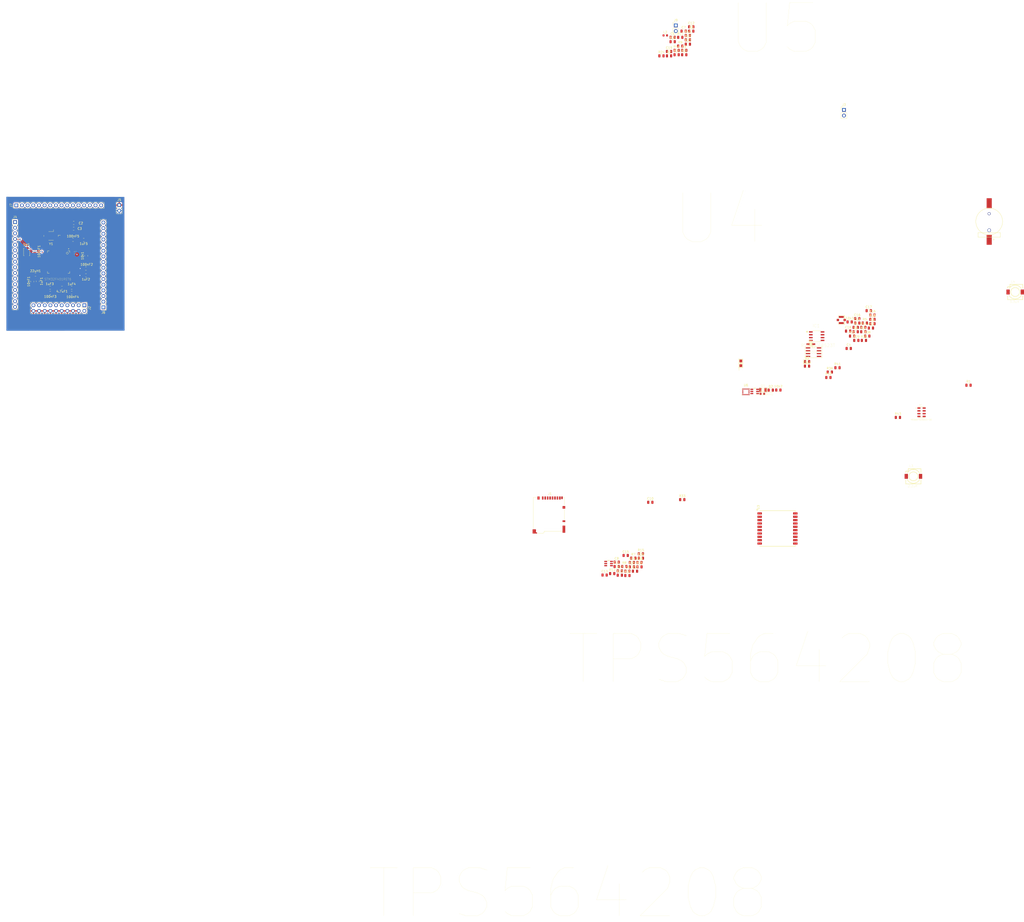
<source format=kicad_pcb>
(kicad_pcb (version 20171130) (host pcbnew 5.0.2-bee76a0~70~ubuntu18.04.1)
  (layers (0 F.Cu signal) (31 B.Cu signal) (34 B.Paste user) (35 F.Paste user) (36 B.SilkS user) (37 F.SilkS user) (38 B.Mask user) (39 F.Mask user) (44 Edge.Cuts user))
  (net 0 "")
  (net 1 GND)
  (net 2 RST)
  (net 3 +3V3)
  (net 4 "Net-(10k1-Pad1)")
  (net 5 "Net-(10k2-Pad2)")
  (net 6 "Net-(10k3-Pad2)")
  (net 7 "Net-(10k4-Pad2)")
  (net 8 +3.3VA)
  (net 9 PB11)
  (net 10 "Net-(B1-Pad2)")
  (net 11 VCC)
  (net 12 "Net-(C4-Pad1)")
  (net 13 "Net-(C5-Pad1)")
  (net 14 "Net-(C5-Pad2)")
  (net 15 3.3V)
  (net 16 "Net-(C8-Pad1)")
  (net 17 "Net-(C12-Pad1)")
  (net 18 "Net-(C13-Pad2)")
  (net 19 "Net-(C13-Pad1)")
  (net 20 "Net-(C14-Pad1)")
  (net 21 "Net-(C14-Pad2)")
  (net 22 +5V)
  (net 23 "Net-(C18-Pad1)")
  (net 24 "Net-(C19-Pad2)")
  (net 25 PB6)
  (net 26 "Net-(D1-PadA)")
  (net 27 "Net-(D2-Pad1)")
  (net 28 "Net-(D3-Pad1)")
  (net 29 "Net-(IC1-Pad1)")
  (net 30 "Net-(IC1-Pad2)")
  (net 31 "Net-(IC1-Pad5)")
  (net 32 "Net-(IC1-Pad6)")
  (net 33 "Net-(IC1-Pad7)")
  (net 34 "Net-(IC1-Pad8)")
  (net 35 "Net-(J1-Pad1)")
  (net 36 "Net-(J1-Pad9)")
  (net 37 "Net-(J1-Pad2)")
  (net 38 "Net-(J1-Pad3)")
  (net 39 "Net-(J1-Pad4)")
  (net 40 "Net-(J1-Pad5)")
  (net 41 "Net-(J1-Pad7)")
  (net 42 "Net-(J1-Pad8)")
  (net 43 "Net-(J1-Pad10)")
  (net 44 "Net-(J2-Pad1)")
  (net 45 PB4)
  (net 46 PA15)
  (net 47 PA13)
  (net 48 PA14)
  (net 49 PB3)
  (net 50 "Net-(J3-Pad1)")
  (net 51 "Net-(J3-Pad2)")
  (net 52 PA0)
  (net 53 PA1)
  (net 54 PA2)
  (net 55 PA3)
  (net 56 PA4)
  (net 57 PA5)
  (net 58 PA6)
  (net 59 PA7)
  (net 60 PA8)
  (net 61 PA9)
  (net 62 PA10)
  (net 63 PA11)
  (net 64 PA12)
  (net 65 PB15)
  (net 66 PB14)
  (net 67 PB13)
  (net 68 PB12)
  (net 69 PB10)
  (net 70 PB9)
  (net 71 PB8)
  (net 72 PB7)
  (net 73 PB5)
  (net 74 PB2)
  (net 75 PB1)
  (net 76 PB0)
  (net 77 PC0)
  (net 78 PC1)
  (net 79 PC2)
  (net 80 PC3)
  (net 81 PC4)
  (net 82 PC5)
  (net 83 PC6)
  (net 84 PC7)
  (net 85 PC8)
  (net 86 PC9)
  (net 87 PC10)
  (net 88 PC11)
  (net 89 PC12)
  (net 90 PC13)
  (net 91 "Net-(J7-Pad15)")
  (net 92 PD2)
  (net 93 "Net-(LED1-PadC)")
  (net 94 /FIX)
  (net 95 "Net-(R19-Pad2)")
  (net 96 "Net-(R20-Pad1)")
  (net 97 "Net-(R21-Pad1)")
  (net 98 "Net-(R22-Pad1)")
  (net 99 "Net-(R27-Pad1)")
  (net 100 "Net-(R28-Pad1)")
  (net 101 "Net-(R31-Pad1)")
  (net 102 "Net-(R32-Pad1)")
  (net 103 "Net-(R33-Pad1)")
  (net 104 "Net-(R34-Pad1)")
  (net 105 "Net-(R35-Pad1)")
  (net 106 "Net-(R36-Pad2)")
  (net 107 "Net-(R38-Pad1)")
  (net 108 "Net-(R40-Pad1)")
  (net 109 "Net-(R44-Pad2)")
  (net 110 "Net-(U1-Pad5)")
  (net 111 "Net-(U1-Pad6)")
  (net 112 "Net-(U3-PadP$2)")
  (net 113 /VBACKUP)
  (net 114 "Net-(U3-PadP$6)")
  (net 115 "Net-(U3-PadP$7)")
  (net 116 "Net-(U$1-PadP$3)")
  (net 117 /1PPS)
  (net 118 "Net-(U3-PadP$14)")
  (net 119 "Net-(U3-PadP$15)")
  (net 120 "Net-(U3-PadP$16)")
  (net 121 "Net-(U3-PadP$17)")
  (net 122 "Net-(U3-PadP$18)")
  (net 123 "Net-(U3-PadP$20)")
  (net 124 "Net-(U6-Pad5)")
  (net 125 "Net-(U6-Pad8)")
  (net 126 "Net-(U6-Pad6)")
  (net 127 "Net-(U6-Pad7)")
  (net 128 "Net-(U6-Pad9)")
  (net 129 "Net-(U6-Pad10)")
  (net 130 "Net-(U6-Pad11)")
  (net 131 "Net-(U6-Pad12)")
  (net 132 "Net-(U6-Pad13)")
  (net 133 "Net-(Y1-Pad2)")
  (net 134 "Net-(Y1-Pad3)")
  (net 135 "Net-(C2-Pad1)")
  (net 136 "Net-(C3-Pad1)")
  (module Capacitor_SMD:C_0805_2012Metric (layer F.Cu) (at -183.1 47.95 270)
    (fp_text reference 100nF1 (at 0.05 -1.9 270) (layer F.SilkS))
    (fp_text value C5)
    (pad 2 smd roundrect (at 0.9375 0 270) (size 0.975 1.4) (layers F.Cu F.Paste F.Mask) (net 1 GND))
    (pad 1 smd roundrect (at -0.9375 0 270) (size 0.975 1.4) (layers F.Cu F.Paste F.Mask) (net 2 RST))
  )
  (module Capacitor_SMD:C_0805_2012Metric (layer F.Cu) (at -160.15 55.7 180)
    (fp_text reference 100nF2 (at -0.35 1.8 180) (layer F.SilkS))
    (fp_text value C15)
    (pad 1 smd roundrect (at -0.9375 0 180) (size 0.975 1.4) (layers F.Cu F.Paste F.Mask) (net 1 GND))
    (pad 2 smd roundrect (at 0.9375 0 180) (size 0.975 1.4) (layers F.Cu F.Paste F.Mask) (net 3 +3V3))
  )
  (module Capacitor_SMD:C_0805_2012Metric (layer F.Cu) (at -176.15 66.65 180)
    (fp_text reference 100nF3 (at 0 -1.65 180) (layer F.SilkS))
    (fp_text value C9)
    (pad 2 smd roundrect (at 0.9375 0 180) (size 0.975 1.4) (layers F.Cu F.Paste F.Mask) (net 3 +3V3))
    (pad 1 smd roundrect (at -0.9375 0 180) (size 0.975 1.4) (layers F.Cu F.Paste F.Mask) (net 1 GND))
  )
  (module Capacitor_SMD:C_0805_2012Metric (layer F.Cu) (at -166.5375 66.55)
    (fp_text reference 100nF4 (at 0.4375 1.9) (layer F.SilkS))
    (fp_text value C13)
    (pad 1 smd roundrect (at -0.9375 0) (size 0.975 1.4) (layers F.Cu F.Paste F.Mask) (net 1 GND))
    (pad 2 smd roundrect (at 0.9375 0) (size 0.975 1.4) (layers F.Cu F.Paste F.Mask) (net 3 +3V3))
  )
  (module Capacitor_SMD:C_0805_2012Metric (layer F.Cu) (at -165.9375 42.85)
    (fp_text reference 100nF5 (at 0 -1.65) (layer F.SilkS))
    (fp_text value C11)
    (pad 2 smd roundrect (at 0.9375 0) (size 0.975 1.4) (layers F.Cu F.Paste F.Mask) (net 3 +3V3))
    (pad 1 smd roundrect (at -0.9375 0) (size 0.975 1.4) (layers F.Cu F.Paste F.Mask) (net 1 GND))
  )
  (module Resistor_SMD:R_0805_2012Metric (layer F.Cu) (at -160.05 49.9875 90)
    (fp_text reference 10k1 (at 0 -1.65 90) (layer F.SilkS))
    (fp_text value R5)
    (pad 1 smd roundrect (at -0.9375 0 90) (size 0.975 1.4) (layers F.Cu F.Paste F.Mask) (net 4 "Net-(10k1-Pad1)"))
    (pad 2 smd roundrect (at 0.9375 0 90) (size 0.975 1.4) (layers F.Cu F.Paste F.Mask) (net 1 GND))
  )
  (module Resistor_SMD:R_0805_2012Metric (layer F.Cu) (at 150.695001 110.255001)
    (fp_text reference 10k2 (at 0 -1.65) (layer F.SilkS))
    (fp_text value R6)
    (pad 2 smd roundrect (at 0.9375 0) (size 0.975 1.4) (layers F.Cu F.Paste F.Mask) (net 5 "Net-(10k2-Pad2)"))
    (pad 1 smd roundrect (at -0.9375 0) (size 0.975 1.4) (layers F.Cu F.Paste F.Mask) (net 1 GND))
  )
  (module Resistor_SMD:R_0805_2012Metric (layer F.Cu) (at 182.705001 79.675001)
    (fp_text reference 10k3 (at 0 -1.65) (layer F.SilkS))
    (fp_text value R7)
    (pad 2 smd roundrect (at 0.9375 0) (size 0.975 1.4) (layers F.Cu F.Paste F.Mask) (net 6 "Net-(10k3-Pad2)"))
    (pad 1 smd roundrect (at -0.9375 0) (size 0.975 1.4) (layers F.Cu F.Paste F.Mask) (net 1 GND))
  )
  (module Resistor_SMD:R_0805_2012Metric (layer F.Cu) (at 163.565001 99.515001)
    (fp_text reference 10k4 (at 0 -1.65) (layer F.SilkS))
    (fp_text value R8)
    (pad 1 smd roundrect (at -0.9375 0) (size 0.975 1.4) (layers F.Cu F.Paste F.Mask) (net 1 GND))
    (pad 2 smd roundrect (at 0.9375 0) (size 0.975 1.4) (layers F.Cu F.Paste F.Mask) (net 7 "Net-(10k4-Pad2)"))
  )
  (module Capacitor_SMD:C_0805_2012Metric (layer F.Cu) (at -184.2 61.55 90)
    (fp_text reference 10nF1 (at 0 -1.65 90) (layer F.SilkS))
    (fp_text value C7)
    (pad 2 smd roundrect (at 0.9375 0 90) (size 0.975 1.4) (layers F.Cu F.Paste F.Mask) (net 8 +3.3VA))
    (pad 1 smd roundrect (at -0.9375 0 90) (size 0.975 1.4) (layers F.Cu F.Paste F.Mask) (net 1 GND))
  )
  (module Capacitor_SMD:C_0805_2012Metric (layer F.Cu) (at -181.75 61.4625 90)
    (fp_text reference 1uF1 (at 0.05 1.65 90) (layer F.SilkS))
    (fp_text value C6)
    (pad 1 smd roundrect (at -0.9375 0 90) (size 0.975 1.4) (layers F.Cu F.Paste F.Mask) (net 1 GND))
    (pad 2 smd roundrect (at 0.9375 0 90) (size 0.975 1.4) (layers F.Cu F.Paste F.Mask) (net 8 +3.3VA))
  )
  (module Capacitor_SMD:C_0805_2012Metric (layer F.Cu) (at -160.1375 58.8 180)
    (fp_text reference 1uF2 (at 0.0125 -1.75 180) (layer F.SilkS))
    (fp_text value C14)
    (pad 2 smd roundrect (at 0.9375 0 180) (size 0.975 1.4) (layers F.Cu F.Paste F.Mask) (net 3 +3V3))
    (pad 1 smd roundrect (at -0.9375 0 180) (size 0.975 1.4) (layers F.Cu F.Paste F.Mask) (net 1 GND))
  )
  (module Capacitor_SMD:C_0805_2012Metric (layer F.Cu) (at -176.2375 64.3 180)
    (fp_text reference 1uF3 (at 0.15 1.7 180) (layer F.SilkS))
    (fp_text value C8)
    (pad 1 smd roundrect (at -0.9375 0 180) (size 0.975 1.4) (layers F.Cu F.Paste F.Mask) (net 1 GND))
    (pad 2 smd roundrect (at 0.9375 0 180) (size 0.975 1.4) (layers F.Cu F.Paste F.Mask) (net 3 +3V3))
  )
  (module Capacitor_SMD:C_0805_2012Metric (layer F.Cu) (at -166.55 64.3)
    (fp_text reference 1uF4 (at 0 -1.65) (layer F.SilkS))
    (fp_text value C12)
    (pad 2 smd roundrect (at 0.9375 0) (size 0.975 1.4) (layers F.Cu F.Paste F.Mask) (net 3 +3V3))
    (pad 1 smd roundrect (at -0.9375 0) (size 0.975 1.4) (layers F.Cu F.Paste F.Mask) (net 1 GND))
  )
  (module Capacitor_SMD:C_0805_2012Metric (layer F.Cu) (at -161.1375 42.9 180)
    (fp_text reference 1uF5 (at 0 -1.65 180) (layer F.SilkS))
    (fp_text value C10)
    (pad 1 smd roundrect (at -0.9375 0 180) (size 0.975 1.4) (layers F.Cu F.Paste F.Mask) (net 1 GND))
    (pad 2 smd roundrect (at 0.9375 0 180) (size 0.975 1.4) (layers F.Cu F.Paste F.Mask) (net 3 +3V3))
  )
  (module Inductor_SMD:L_0805_2012Metric (layer F.Cu) (at -182.7875 58.45)
    (fp_text reference 22uH1 (at 0 -1.65) (layer F.SilkS))
    (fp_text value L1)
    (pad 1 smd roundrect (at -0.9375 0) (size 0.975 1.4) (layers F.Cu F.Paste F.Mask) (net 8 +3.3VA))
    (pad 2 smd roundrect (at 0.9375 0) (size 0.975 1.4) (layers F.Cu F.Paste F.Mask) (net 3 +3V3))
  )
  (module Capacitor_SMD:C_0805_2012Metric (layer F.Cu) (at -170.9 64.3 180)
    (fp_text reference 4.7uF1 (at 0 -1.65 180) (layer F.SilkS))
    (fp_text value C21)
    (pad 1 smd roundrect (at -0.9375 0 180) (size 0.975 1.4) (layers F.Cu F.Paste F.Mask) (net 1 GND))
    (pad 2 smd roundrect (at 0.9375 0 180) (size 0.975 1.4) (layers F.Cu F.Paste F.Mask) (net 9 PB11))
  )
  (module S8411-45R:S8411-45R (layer F.Cu) (at 245.35 34.6)
    (fp_text reference B1)
    (fp_text value CR1220)
    (fp_text user + (at 2 8) (layer F.SilkS))
    (pad 1 smd rect (at 0 8.2) (size 2.3 4.5) (layers F.Cu F.Paste F.Mask) (net 1 GND))
    (pad 2 smd rect (at 0 -8.2) (size 2.3 4.5) (layers F.Cu F.Paste F.Mask) (net 10 "Net-(B1-Pad2)"))
    (pad "" np_thru_hole circle (at 0 3.95) (size 1.6 1.6) (drill 1.25) (layers *.Cu *.Mask))
    (pad "" np_thru_hole circle (at 0 -3.5) (size 1.35 1.35) (drill 1) (layers *.Cu *.Mask))
  )
  (module Capacitor_SMD:C_0805_2012Metric (layer F.Cu) (at 103.255001 -48.074999)
    (fp_text reference C1 (at 0 -1.65) (layer F.SilkS))
    (fp_text value 10uF)
    (pad 2 smd roundrect (at 0.9375 0) (size 0.975 1.4) (layers F.Cu F.Paste F.Mask) (net 1 GND))
    (pad 1 smd roundrect (at -0.9375 0) (size 0.975 1.4) (layers F.Cu F.Paste F.Mask) (net 11 VCC))
  )
  (module Capacitor_SMD:C_0805_2012Metric (layer F.Cu) (at -165.6375 35.25)
    (fp_text reference C2 (at 3.2 0.1) (layer F.SilkS))
    (fp_text value 4.3pF)
    (pad 1 smd roundrect (at -0.9375 0) (size 0.975 1.4) (layers F.Cu F.Paste F.Mask) (net 135 "Net-(C2-Pad1)"))
    (pad 2 smd roundrect (at 0.9375 0) (size 0.975 1.4) (layers F.Cu F.Paste F.Mask) (net 1 GND))
  )
  (module Capacitor_SMD:C_0805_2012Metric (layer F.Cu) (at -165.65 37.8)
    (fp_text reference C3 (at 2.7 0) (layer F.SilkS))
    (fp_text value 4.3pF)
    (pad 2 smd roundrect (at 0.9375 0) (size 0.975 1.4) (layers F.Cu F.Paste F.Mask) (net 1 GND))
    (pad 1 smd roundrect (at -0.9375 0) (size 0.975 1.4) (layers F.Cu F.Paste F.Mask) (net 136 "Net-(C3-Pad1)"))
  )
  (module Capacitor_SMD:C_0805_2012Metric (layer F.Cu) (at 182.285001 91.595001)
    (fp_text reference C4 (at 0 -1.65) (layer F.SilkS))
    (fp_text value 10uF)
    (pad 2 smd roundrect (at 0.9375 0) (size 0.975 1.4) (layers F.Cu F.Paste F.Mask) (net 1 GND))
    (pad 1 smd roundrect (at -0.9375 0) (size 0.975 1.4) (layers F.Cu F.Paste F.Mask) (net 12 "Net-(C4-Pad1)"))
  )
  (module Capacitor_SMD:C_0805_2012Metric (layer F.Cu) (at 192.935001 80.475001)
    (fp_text reference C5 (at 0 -1.65) (layer F.SilkS))
    (fp_text value ".01 uF")
    (pad 1 smd roundrect (at -0.9375 0) (size 0.975 1.4) (layers F.Cu F.Paste F.Mask) (net 13 "Net-(C5-Pad1)"))
    (pad 2 smd roundrect (at 0.9375 0) (size 0.975 1.4) (layers F.Cu F.Paste F.Mask) (net 14 "Net-(C5-Pad2)"))
  )
  (module Capacitor_SMD:C_0805_2012Metric (layer F.Cu) (at 108.445001 -42.224999)
    (fp_text reference C6 (at 0 -1.65) (layer F.SilkS))
    (fp_text value "0.1 uF")
    (pad 1 smd roundrect (at -0.9375 0) (size 0.975 1.4) (layers F.Cu F.Paste F.Mask) (net 3 +3V3))
    (pad 2 smd roundrect (at 0.9375 0) (size 0.975 1.4) (layers F.Cu F.Paste F.Mask) (net 1 GND))
  )
  (module Capacitor_SMD:C_0805_2012Metric (layer F.Cu) (at 108.185001 -50.854999)
    (fp_text reference C7 (at 0 -1.65) (layer F.SilkS))
    (fp_text value 0.1uF)
    (pad 1 smd roundrect (at -0.9375 0) (size 0.975 1.4) (layers F.Cu F.Paste F.Mask) (net 15 3.3V))
    (pad 2 smd roundrect (at 0.9375 0) (size 0.975 1.4) (layers F.Cu F.Paste F.Mask) (net 1 GND))
  )
  (module Capacitor_SMD:C_0805_2012Metric (layer F.Cu) (at 78.125001 187.525001)
    (fp_text reference C8 (at 0 -1.65) (layer F.SilkS))
    (fp_text value 10uF)
    (pad 1 smd roundrect (at -0.9375 0) (size 0.975 1.4) (layers F.Cu F.Paste F.Mask) (net 16 "Net-(C8-Pad1)"))
    (pad 2 smd roundrect (at 0.9375 0) (size 0.975 1.4) (layers F.Cu F.Paste F.Mask) (net 1 GND))
  )
  (module Capacitor_SMD:C_0805_2012Metric (layer F.Cu) (at 82.935001 191.575001)
    (fp_text reference C9 (at 0 -1.65) (layer F.SilkS))
    (fp_text value 10uF)
    (pad 2 smd roundrect (at 0.9375 0) (size 0.975 1.4) (layers F.Cu F.Paste F.Mask) (net 1 GND))
    (pad 1 smd roundrect (at -0.9375 0) (size 0.975 1.4) (layers F.Cu F.Paste F.Mask) (net 16 "Net-(C8-Pad1)"))
  )
  (module Capacitor_SMD:C_0805_2012Metric (layer F.Cu) (at 93.2125 160.65)
    (fp_text reference C10 (at 0 -1.65) (layer F.SilkS))
    (fp_text value 100nF)
    (pad 1 smd roundrect (at -0.9375 0) (size 0.975 1.4) (layers F.Cu F.Paste F.Mask) (net 3 +3V3))
    (pad 2 smd roundrect (at 0.9375 0) (size 0.975 1.4) (layers F.Cu F.Paste F.Mask) (net 1 GND))
  )
  (module Capacitor_SMD:C_0805_2012Metric (layer F.Cu) (at 78.125001 189.475001)
    (fp_text reference C11 (at 0 -1.65) (layer F.SilkS))
    (fp_text value 100n)
    (pad 2 smd roundrect (at 0.9375 0) (size 0.975 1.4) (layers F.Cu F.Paste F.Mask) (net 1 GND))
    (pad 1 smd roundrect (at -0.9375 0) (size 0.975 1.4) (layers F.Cu F.Paste F.Mask) (net 3 +3V3))
  )
  (module Capacitor_SMD:C_0805_2012Metric (layer F.Cu) (at 111.595001 -52.804999)
    (fp_text reference C12 (at 0 -1.65) (layer F.SilkS))
    (fp_text value 100n)
    (pad 1 smd roundrect (at -0.9375 0) (size 0.975 1.4) (layers F.Cu F.Paste F.Mask) (net 17 "Net-(C12-Pad1)"))
    (pad 2 smd roundrect (at 0.9375 0) (size 0.975 1.4) (layers F.Cu F.Paste F.Mask) (net 1 GND))
  )
  (module Capacitor_SMD:C_0805_2012Metric (layer F.Cu) (at 72.705001 193.305001)
    (fp_text reference C13 (at 0 -1.65) (layer F.SilkS))
    (fp_text value 100nF)
    (pad 2 smd roundrect (at 0.9375 0) (size 0.975 1.4) (layers F.Cu F.Paste F.Mask) (net 18 "Net-(C13-Pad2)"))
    (pad 1 smd roundrect (at -0.9375 0) (size 0.975 1.4) (layers F.Cu F.Paste F.Mask) (net 19 "Net-(C13-Pad1)"))
  )
  (module Capacitor_SMD:C_0805_2012Metric (layer F.Cu) (at 186.115001 80.175001)
    (fp_text reference C14 (at 0 -1.65) (layer F.SilkS))
    (fp_text value 100nF)
    (pad 1 smd roundrect (at -0.9375 0) (size 0.975 1.4) (layers F.Cu F.Paste F.Mask) (net 20 "Net-(C14-Pad1)"))
    (pad 2 smd roundrect (at 0.9375 0) (size 0.975 1.4) (layers F.Cu F.Paste F.Mask) (net 21 "Net-(C14-Pad2)"))
  )
  (module Capacitor_SMD:C_0805_2012Metric (layer F.Cu) (at 82.165001 184.515001)
    (fp_text reference C15 (at 0 -1.65) (layer F.SilkS))
    (fp_text value 10u)
    (pad 2 smd roundrect (at 0.9375 0) (size 0.975 1.4) (layers F.Cu F.Paste F.Mask) (net 1 GND))
    (pad 1 smd roundrect (at -0.9375 0) (size 0.975 1.4) (layers F.Cu F.Paste F.Mask) (net 17 "Net-(C12-Pad1)"))
  )
  (module Capacitor_SMD:C_0805_2012Metric (layer F.Cu) (at 186.115001 78.225001)
    (fp_text reference C16 (at 0 -1.65) (layer F.SilkS))
    (fp_text value 47uF)
    (pad 1 smd roundrect (at -0.9375 0) (size 0.975 1.4) (layers F.Cu F.Paste F.Mask) (net 3 +3V3))
    (pad 2 smd roundrect (at 0.9375 0) (size 0.975 1.4) (layers F.Cu F.Paste F.Mask) (net 1 GND))
  )
  (module Capacitor_SMD:C_0805_2012Metric (layer F.Cu) (at 191.265001 74.625001)
    (fp_text reference C17 (at 0 -1.65) (layer F.SilkS))
    (fp_text value 47uF)
    (pad 2 smd roundrect (at 0.9375 0) (size 0.975 1.4) (layers F.Cu F.Paste F.Mask) (net 1 GND))
    (pad 1 smd roundrect (at -0.9375 0) (size 0.975 1.4) (layers F.Cu F.Paste F.Mask) (net 22 +5V))
  )
  (module Capacitor_SMD:C_0805_2012Metric (layer F.Cu) (at 182.015001 83.795001)
    (fp_text reference C18 (at 0 -1.65) (layer F.SilkS))
    (fp_text value 10n)
    (pad 2 smd roundrect (at 0.9375 0) (size 0.975 1.4) (layers F.Cu F.Paste F.Mask) (net 1 GND))
    (pad 1 smd roundrect (at -0.9375 0) (size 0.975 1.4) (layers F.Cu F.Paste F.Mask) (net 23 "Net-(C18-Pad1)"))
  )
  (module Capacitor_SMD:C_0805_2012Metric (layer F.Cu) (at 101.625001 -41.724999)
    (fp_text reference C19 (at 0 -1.65) (layer F.SilkS))
    (fp_text value 100n)
    (pad 1 smd roundrect (at -0.9375 0) (size 0.975 1.4) (layers F.Cu F.Paste F.Mask) (net 1 GND))
    (pad 2 smd roundrect (at 0.9375 0) (size 0.975 1.4) (layers F.Cu F.Paste F.Mask) (net 24 "Net-(C19-Pad2)"))
  )
  (module "Adafruit Ultimate GPS:SOD-323" (layer F.Cu) (at 165.295 89.651601)
    (fp_text reference D1 (at -1.1 -1) (layer F.SilkS) (effects (font (size 0.77216 0.77216) (thickness 0.138988)) (justify left bottom)))
    (fp_text value 1N4148)
    (pad C smd rect (at -1.27 0) (size 1.35 0.8) (layers F.Cu F.Paste F.Mask) (net 25 PB6))
    (pad A smd rect (at 1.27 0) (size 1.35 0.8) (layers F.Cu F.Paste F.Mask) (net 26 "Net-(D1-PadA)"))
  )
  (module LED_SMD:LED_0805_2012Metric (layer F.Cu) (at 147.285001 110.300001)
    (fp_text reference D2 (at 0 -1.65) (layer F.SilkS))
    (fp_text value LED)
    (pad 1 smd roundrect (at -0.9375 0) (size 0.975 1.4) (layers F.Cu F.Paste F.Mask) (net 27 "Net-(D2-Pad1)"))
    (pad 2 smd roundrect (at 0.9375 0) (size 0.975 1.4) (layers F.Cu F.Paste F.Mask) (net 3 +3V3))
  )
  (module LED_SMD:LED_0805_2012Metric (layer F.Cu) (at 163.605001 97.520001)
    (fp_text reference D3 (at 0 -1.65) (layer F.SilkS))
    (fp_text value LED)
    (pad 2 smd roundrect (at 0.9375 0) (size 0.975 1.4) (layers F.Cu F.Paste F.Mask) (net 22 +5V))
    (pad 1 smd roundrect (at -0.9375 0) (size 0.975 1.4) (layers F.Cu F.Paste F.Mask) (net 28 "Net-(D3-Pad1)"))
  )
  (module SOIC127P600X175-8N:SOIC127P600X175-8N (layer F.Cu) (at 167.900001 86.075001)
    (fp_text reference IC1 (at -0.25423 -4.7031) (layer F.SilkS) (effects (font (size 1.40122 1.40122) (thickness 0.05))))
    (fp_text value RTC_PCF8523T (at 0.63593 4.19712) (layer F.SilkS) (effects (font (size 1.40205 1.40205) (thickness 0.05))))
    (pad 1 smd rect (at -2.63 -1.905) (size 1.65 0.61) (layers F.Cu F.Paste F.Mask) (net 29 "Net-(IC1-Pad1)"))
    (pad 2 smd rect (at -2.63 -0.635) (size 1.65 0.61) (layers F.Cu F.Paste F.Mask) (net 30 "Net-(IC1-Pad2)"))
    (pad 3 smd rect (at -2.63 0.635) (size 1.65 0.61) (layers F.Cu F.Paste F.Mask) (net 10 "Net-(B1-Pad2)"))
    (pad 4 smd rect (at -2.63 1.905) (size 1.65 0.61) (layers F.Cu F.Paste F.Mask) (net 1 GND))
    (pad 5 smd rect (at 2.63 1.905) (size 1.65 0.61) (layers F.Cu F.Paste F.Mask) (net 31 "Net-(IC1-Pad5)"))
    (pad 6 smd rect (at 2.63 0.635) (size 1.65 0.61) (layers F.Cu F.Paste F.Mask) (net 32 "Net-(IC1-Pad6)"))
    (pad 7 smd rect (at 2.63 -0.635) (size 1.65 0.61) (layers F.Cu F.Paste F.Mask) (net 33 "Net-(IC1-Pad7)"))
    (pad 8 smd rect (at 2.63 -1.905) (size 1.65 0.61) (layers F.Cu F.Paste F.Mask) (net 34 "Net-(IC1-Pad8)"))
  )
  (module Connector_Card:microSD_HC_Hirose_DM3BT-DSF-PEJS (layer F.Cu) (at 47.7 166.35)
    (fp_text reference J1 (at 0.425 -9.525) (layer F.SilkS))
    (fp_text value Micro_SD_Card_Det)
    (pad 1 smd rect (at -2.775 -7.625) (size 0.7 1.4) (layers F.Cu F.Paste F.Mask) (net 35 "Net-(J1-Pad1)"))
    (pad 11 smd rect (at -6.575 7.375) (size 1.5 1.9) (layers F.Cu F.Paste F.Mask) (net 1 GND))
    (pad 11 smd rect (at -4.675 -7.625) (size 1 1.4) (layers F.Cu F.Paste F.Mask) (net 1 GND))
    (pad 11 smd rect (at 6.725 -3.425) (size 1.2 1.2) (layers F.Cu F.Paste F.Mask) (net 1 GND))
    (pad 11 smd rect (at 6.725 6.375) (size 1.2 3.2) (layers F.Cu F.Paste F.Mask) (net 1 GND))
    (pad 9 smd rect (at 5.875 -7.725) (size 0.7 1.2) (layers F.Cu F.Paste F.Mask) (net 36 "Net-(J1-Pad9)"))
    (pad 2 smd rect (at -1.675 -7.625) (size 0.7 1.4) (layers F.Cu F.Paste F.Mask) (net 37 "Net-(J1-Pad2)"))
    (pad 3 smd rect (at -0.575 -7.625) (size 0.7 1.4) (layers F.Cu F.Paste F.Mask) (net 38 "Net-(J1-Pad3)"))
    (pad 4 smd rect (at 0.525 -7.625) (size 0.7 1.4) (layers F.Cu F.Paste F.Mask) (net 39 "Net-(J1-Pad4)"))
    (pad 5 smd rect (at 1.625 -7.625) (size 0.7 1.4) (layers F.Cu F.Paste F.Mask) (net 40 "Net-(J1-Pad5)"))
    (pad 6 smd rect (at 2.725 -7.625) (size 0.7 1.4) (layers F.Cu F.Paste F.Mask) (net 1 GND))
    (pad 7 smd rect (at 3.825 -7.625) (size 0.7 1.4) (layers F.Cu F.Paste F.Mask) (net 41 "Net-(J1-Pad7)"))
    (pad 8 smd rect (at 4.925 -7.625) (size 0.7 1.4) (layers F.Cu F.Paste F.Mask) (net 42 "Net-(J1-Pad8)"))
    (pad 11 smd rect (at -5.575 8.075) (size 0.5 0.5) (layers F.Cu F.Paste F.Mask) (net 1 GND))
    (pad 10 smd rect (at 6.725 2.775) (size 1.2 0.8) (layers F.Cu F.Paste F.Mask) (net 43 "Net-(J1-Pad10)"))
    (pad 11 smd rect (at -5.825 7.825 45) (size 0.2 0.2) (layers F.Cu F.Paste F.Mask) (net 1 GND))
  )
  (module Connector_PinHeader_2.54mm:PinHeader_2x10_P2.54mm_Vertical (layer F.Cu) (at -160.85 72.2 270)
    (fp_text reference J2 (at 1.27 -2.33 270) (layer F.SilkS))
    (fp_text value Conn_ARM_JTAG_SWD_20)
    (pad 1 thru_hole rect (at 0 0 270) (size 1.7 1.7) (drill 1) (layers *.Cu *.Mask) (net 44 "Net-(J2-Pad1)"))
    (pad 2 thru_hole oval (at 2.54 0 270) (size 1.7 1.7) (drill 1) (layers *.Cu *.Mask) (net 44 "Net-(J2-Pad1)"))
    (pad 3 thru_hole oval (at 0 2.54 270) (size 1.7 1.7) (drill 1) (layers *.Cu *.Mask) (net 45 PB4))
    (pad 4 thru_hole oval (at 2.54 2.54 270) (size 1.7 1.7) (drill 1) (layers *.Cu *.Mask) (net 1 GND))
    (pad 5 thru_hole oval (at 0 5.08 270) (size 1.7 1.7) (drill 1) (layers *.Cu *.Mask) (net 46 PA15))
    (pad 6 thru_hole oval (at 2.54 5.08 270) (size 1.7 1.7) (drill 1) (layers *.Cu *.Mask) (net 1 GND))
    (pad 7 thru_hole oval (at 0 7.62 270) (size 1.7 1.7) (drill 1) (layers *.Cu *.Mask) (net 47 PA13))
    (pad 8 thru_hole oval (at 2.54 7.62 270) (size 1.7 1.7) (drill 1) (layers *.Cu *.Mask) (net 1 GND))
    (pad 9 thru_hole oval (at 0 10.16 270) (size 1.7 1.7) (drill 1) (layers *.Cu *.Mask) (net 48 PA14))
    (pad 10 thru_hole oval (at 2.54 10.16 270) (size 1.7 1.7) (drill 1) (layers *.Cu *.Mask) (net 1 GND))
    (pad 11 thru_hole oval (at 0 12.7 270) (size 1.7 1.7) (drill 1) (layers *.Cu *.Mask) (net 5 "Net-(10k2-Pad2)"))
    (pad 12 thru_hole oval (at 2.54 12.7 270) (size 1.7 1.7) (drill 1) (layers *.Cu *.Mask) (net 1 GND))
    (pad 13 thru_hole oval (at 0 15.24 270) (size 1.7 1.7) (drill 1) (layers *.Cu *.Mask) (net 49 PB3))
    (pad 14 thru_hole oval (at 2.54 15.24 270) (size 1.7 1.7) (drill 1) (layers *.Cu *.Mask) (net 1 GND))
    (pad 15 thru_hole oval (at 0 17.78 270) (size 1.7 1.7) (drill 1) (layers *.Cu *.Mask) (net 2 RST))
    (pad 16 thru_hole oval (at 2.54 17.78 270) (size 1.7 1.7) (drill 1) (layers *.Cu *.Mask) (net 1 GND))
    (pad 17 thru_hole oval (at 0 20.32 270) (size 1.7 1.7) (drill 1) (layers *.Cu *.Mask) (net 7 "Net-(10k4-Pad2)"))
    (pad 18 thru_hole oval (at 2.54 20.32 270) (size 1.7 1.7) (drill 1) (layers *.Cu *.Mask) (net 1 GND))
    (pad 19 thru_hole oval (at 0 22.86 270) (size 1.7 1.7) (drill 1) (layers *.Cu *.Mask) (net 6 "Net-(10k3-Pad2)"))
    (pad 20 thru_hole oval (at 2.54 22.86 270) (size 1.7 1.7) (drill 1) (layers *.Cu *.Mask) (net 1 GND))
  )
  (module Connector_PinHeader_2.54mm:PinHeader_1x02_P2.54mm_Vertical (layer F.Cu) (at 180.15 -15.5)
    (fp_text reference J3 (at 0 -2.33) (layer F.SilkS))
    (fp_text value Conn_01x02_Male)
    (pad 1 thru_hole rect (at 0 0) (size 1.7 1.7) (drill 1) (layers *.Cu *.Mask) (net 50 "Net-(J3-Pad1)"))
    (pad 2 thru_hole oval (at 0 2.54) (size 1.7 1.7) (drill 1) (layers *.Cu *.Mask) (net 51 "Net-(J3-Pad2)"))
  )
  (module Connector_PinHeader_2.54mm:PinHeader_1x16_P2.54mm_Vertical (layer F.Cu) (at -191.95 34.85)
    (fp_text reference J4 (at 0 -2.33) (layer F.SilkS))
    (fp_text value Conn_01x16_Male)
    (pad 1 thru_hole rect (at 0 0) (size 1.7 1.7) (drill 1) (layers *.Cu *.Mask) (net 52 PA0))
    (pad 2 thru_hole oval (at 0 2.54) (size 1.7 1.7) (drill 1) (layers *.Cu *.Mask) (net 53 PA1))
    (pad 3 thru_hole oval (at 0 5.08) (size 1.7 1.7) (drill 1) (layers *.Cu *.Mask) (net 54 PA2))
    (pad 4 thru_hole oval (at 0 7.62) (size 1.7 1.7) (drill 1) (layers *.Cu *.Mask) (net 55 PA3))
    (pad 5 thru_hole oval (at 0 10.16) (size 1.7 1.7) (drill 1) (layers *.Cu *.Mask) (net 56 PA4))
    (pad 6 thru_hole oval (at 0 12.7) (size 1.7 1.7) (drill 1) (layers *.Cu *.Mask) (net 57 PA5))
    (pad 7 thru_hole oval (at 0 15.24) (size 1.7 1.7) (drill 1) (layers *.Cu *.Mask) (net 58 PA6))
    (pad 8 thru_hole oval (at 0 17.78) (size 1.7 1.7) (drill 1) (layers *.Cu *.Mask) (net 59 PA7))
    (pad 9 thru_hole oval (at 0 20.32) (size 1.7 1.7) (drill 1) (layers *.Cu *.Mask) (net 60 PA8))
    (pad 10 thru_hole oval (at 0 22.86) (size 1.7 1.7) (drill 1) (layers *.Cu *.Mask) (net 61 PA9))
    (pad 11 thru_hole oval (at 0 25.4) (size 1.7 1.7) (drill 1) (layers *.Cu *.Mask) (net 62 PA10))
    (pad 12 thru_hole oval (at 0 27.94) (size 1.7 1.7) (drill 1) (layers *.Cu *.Mask) (net 63 PA11))
    (pad 13 thru_hole oval (at 0 30.48) (size 1.7 1.7) (drill 1) (layers *.Cu *.Mask) (net 64 PA12))
    (pad 14 thru_hole oval (at 0 33.02) (size 1.7 1.7) (drill 1) (layers *.Cu *.Mask) (net 47 PA13))
    (pad 15 thru_hole oval (at 0 35.56) (size 1.7 1.7) (drill 1) (layers *.Cu *.Mask) (net 48 PA14))
    (pad 16 thru_hole oval (at 0 38.1) (size 1.7 1.7) (drill 1) (layers *.Cu *.Mask) (net 46 PA15))
  )
  (module Connector_PinHeader_2.54mm:PinHeader_1x02_P2.54mm_Vertical (layer F.Cu) (at -145.2 27.2)
    (fp_text reference J5 (at 0 -2.33) (layer F.SilkS))
    (fp_text value Conn_01x02_Male)
    (pad 1 thru_hole rect (at 0 0) (size 1.7 1.7) (drill 1) (layers *.Cu *.Mask) (net 1 GND))
    (pad 2 thru_hole oval (at 0 2.54) (size 1.7 1.7) (drill 1) (layers *.Cu *.Mask) (net 3 +3V3))
  )
  (module Connector_PinHeader_2.54mm:PinHeader_1x16_P2.54mm_Vertical (layer F.Cu) (at -152.3 73.13 180)
    (fp_text reference J6 (at 0 -2.33 180) (layer F.SilkS))
    (fp_text value Conn_01x16_Male)
    (pad 16 thru_hole oval (at 0 38.1 180) (size 1.7 1.7) (drill 1) (layers *.Cu *.Mask) (net 65 PB15))
    (pad 15 thru_hole oval (at 0 35.56 180) (size 1.7 1.7) (drill 1) (layers *.Cu *.Mask) (net 66 PB14))
    (pad 14 thru_hole oval (at 0 33.02 180) (size 1.7 1.7) (drill 1) (layers *.Cu *.Mask) (net 67 PB13))
    (pad 13 thru_hole oval (at 0 30.48 180) (size 1.7 1.7) (drill 1) (layers *.Cu *.Mask) (net 68 PB12))
    (pad 12 thru_hole oval (at 0 27.94 180) (size 1.7 1.7) (drill 1) (layers *.Cu *.Mask) (net 9 PB11))
    (pad 11 thru_hole oval (at 0 25.4 180) (size 1.7 1.7) (drill 1) (layers *.Cu *.Mask) (net 69 PB10))
    (pad 10 thru_hole oval (at 0 22.86 180) (size 1.7 1.7) (drill 1) (layers *.Cu *.Mask) (net 70 PB9))
    (pad 9 thru_hole oval (at 0 20.32 180) (size 1.7 1.7) (drill 1) (layers *.Cu *.Mask) (net 71 PB8))
    (pad 8 thru_hole oval (at 0 17.78 180) (size 1.7 1.7) (drill 1) (layers *.Cu *.Mask) (net 72 PB7))
    (pad 7 thru_hole oval (at 0 15.24 180) (size 1.7 1.7) (drill 1) (layers *.Cu *.Mask) (net 25 PB6))
    (pad 6 thru_hole oval (at 0 12.7 180) (size 1.7 1.7) (drill 1) (layers *.Cu *.Mask) (net 73 PB5))
    (pad 5 thru_hole oval (at 0 10.16 180) (size 1.7 1.7) (drill 1) (layers *.Cu *.Mask) (net 45 PB4))
    (pad 4 thru_hole oval (at 0 7.62 180) (size 1.7 1.7) (drill 1) (layers *.Cu *.Mask) (net 49 PB3))
    (pad 3 thru_hole oval (at 0 5.08 180) (size 1.7 1.7) (drill 1) (layers *.Cu *.Mask) (net 74 PB2))
    (pad 2 thru_hole oval (at 0 2.54 180) (size 1.7 1.7) (drill 1) (layers *.Cu *.Mask) (net 75 PB1))
    (pad 1 thru_hole rect (at 0 0 180) (size 1.7 1.7) (drill 1) (layers *.Cu *.Mask) (net 76 PB0))
  )
  (module Connector_PinHeader_2.54mm:PinHeader_1x16_P2.54mm_Vertical (layer F.Cu) (at -191.4 27.35 90)
    (fp_text reference J7 (at 0 -2.33 90) (layer F.SilkS))
    (fp_text value Conn_01x16_Male)
    (pad 1 thru_hole rect (at 0 0 90) (size 1.7 1.7) (drill 1) (layers *.Cu *.Mask) (net 77 PC0))
    (pad 2 thru_hole oval (at 0 2.54 90) (size 1.7 1.7) (drill 1) (layers *.Cu *.Mask) (net 78 PC1))
    (pad 3 thru_hole oval (at 0 5.08 90) (size 1.7 1.7) (drill 1) (layers *.Cu *.Mask) (net 79 PC2))
    (pad 4 thru_hole oval (at 0 7.62 90) (size 1.7 1.7) (drill 1) (layers *.Cu *.Mask) (net 80 PC3))
    (pad 5 thru_hole oval (at 0 10.16 90) (size 1.7 1.7) (drill 1) (layers *.Cu *.Mask) (net 81 PC4))
    (pad 6 thru_hole oval (at 0 12.7 90) (size 1.7 1.7) (drill 1) (layers *.Cu *.Mask) (net 82 PC5))
    (pad 7 thru_hole oval (at 0 15.24 90) (size 1.7 1.7) (drill 1) (layers *.Cu *.Mask) (net 83 PC6))
    (pad 8 thru_hole oval (at 0 17.78 90) (size 1.7 1.7) (drill 1) (layers *.Cu *.Mask) (net 84 PC7))
    (pad 9 thru_hole oval (at 0 20.32 90) (size 1.7 1.7) (drill 1) (layers *.Cu *.Mask) (net 85 PC8))
    (pad 10 thru_hole oval (at 0 22.86 90) (size 1.7 1.7) (drill 1) (layers *.Cu *.Mask) (net 86 PC9))
    (pad 11 thru_hole oval (at 0 25.4 90) (size 1.7 1.7) (drill 1) (layers *.Cu *.Mask) (net 87 PC10))
    (pad 12 thru_hole oval (at 0 27.94 90) (size 1.7 1.7) (drill 1) (layers *.Cu *.Mask) (net 88 PC11))
    (pad 13 thru_hole oval (at 0 30.48 90) (size 1.7 1.7) (drill 1) (layers *.Cu *.Mask) (net 89 PC12))
    (pad 14 thru_hole oval (at 0 33.02 90) (size 1.7 1.7) (drill 1) (layers *.Cu *.Mask) (net 90 PC13))
    (pad 15 thru_hole oval (at 0 35.56 90) (size 1.7 1.7) (drill 1) (layers *.Cu *.Mask) (net 91 "Net-(J7-Pad15)"))
    (pad 16 thru_hole oval (at 0 38.1 90) (size 1.7 1.7) (drill 1) (layers *.Cu *.Mask) (net 92 PD2))
  )
  (module Connector_PinHeader_2.54mm:PinHeader_1x02_P2.54mm_Vertical (layer F.Cu) (at 104.655001 -53.424999)
    (fp_text reference J9 (at 0 -2.33) (layer F.SilkS))
    (fp_text value Conn_01x02_Male)
    (pad 2 thru_hole oval (at 0 2.54) (size 1.7 1.7) (drill 1) (layers *.Cu *.Mask) (net 1 GND))
    (pad 1 thru_hole rect (at 0 0) (size 1.7 1.7) (drill 1) (layers *.Cu *.Mask) (net 16 "Net-(C8-Pad1)"))
  )
  (module Inductor_SMD:L_0603_1608Metric (layer F.Cu) (at 143.515001 111.935001)
    (fp_text reference L1 (at 0 -1.43) (layer F.SilkS))
    (fp_text value Ferrite_Bead)
    (pad 2 smd roundrect (at 0.7875 0) (size 0.875 0.95) (layers F.Cu F.Paste F.Mask) (net 50 "Net-(J3-Pad1)"))
    (pad 1 smd roundrect (at -0.7875 0) (size 0.875 0.95) (layers F.Cu F.Paste F.Mask) (net 13 "Net-(C5-Pad1)"))
  )
  (module Inductor_SMD:L_0603_1608Metric (layer F.Cu) (at 99.945001 -48.944999)
    (fp_text reference L2 (at 0 -1.43) (layer F.SilkS))
    (fp_text value Ferrite_Bead)
    (pad 1 smd roundrect (at -0.7875 0) (size 0.875 0.95) (layers F.Cu F.Paste F.Mask) (net 14 "Net-(C5-Pad2)"))
    (pad 2 smd roundrect (at 0.7875 0) (size 0.875 0.95) (layers F.Cu F.Paste F.Mask) (net 51 "Net-(J3-Pad2)"))
  )
  (module TPS564208:INDC7070X450 (layer F.Cu) (at 211.35 148.9)
    (fp_text reference L3 (at -0.98623 -4.53724) (layer F.SilkS) (effects (font (size 1.00085 1.00085) (thickness 0.05))))
    (fp_text value 2.2uH (at -0.350715 4.47058) (layer F.SilkS) (effects (font (size 1.00089 1.00089) (thickness 0.05))))
    (pad 1 smd rect (at -3.2254 0.1016 90) (size 2.2 1.5) (layers F.Cu F.Paste F.Mask) (net 3 +3V3))
    (pad 2 smd rect (at 3.1746 0.1016 90) (size 2.2 1.5) (layers F.Cu F.Paste F.Mask) (net 19 "Net-(C13-Pad1)"))
  )
  (module TPS564208:INDC7070X450 (layer F.Cu) (at 257.05 66.15)
    (fp_text reference L4 (at -0.98623 -4.53724) (layer F.SilkS) (effects (font (size 1.00085 1.00085) (thickness 0.05))))
    (fp_text value 3.3uH (at -0.350715 4.47058) (layer F.SilkS) (effects (font (size 1.00089 1.00089) (thickness 0.05))))
    (pad 2 smd rect (at 3.1746 0.1016 90) (size 2.2 1.5) (layers F.Cu F.Paste F.Mask) (net 20 "Net-(C14-Pad1)"))
    (pad 1 smd rect (at -3.2254 0.1016 90) (size 2.2 1.5) (layers F.Cu F.Paste F.Mask) (net 22 +5V))
  )
  (module "Adafruit Ultimate GPS:CHIPLED_0805" (layer F.Cu) (at 133.851601 98.251601)
    (fp_text reference LED1 (at -1.016 1.778 -90) (layer F.SilkS) (effects (font (size 0.38608 0.38608) (thickness 0.057912)) (justify right top)))
    (fp_text value RED)
    (pad C smd rect (at 0 -1.05) (size 1.2 1.2) (layers F.Cu F.Paste F.Mask) (net 93 "Net-(LED1-PadC)"))
    (pad A smd rect (at 0 1.05) (size 1.2 1.2) (layers F.Cu F.Paste F.Mask) (net 94 /FIX))
  )
  (module ABS07W-32.768KHZ-D-2-T:XTAL320X150X90 (layer F.Cu) (at 143.7753 110.2325)
    (fp_text reference Q1 (at -0.00002 -1.90611) (layer F.SilkS) (effects (font (size 1.00058 1.00058) (thickness 0.05))))
    (fp_text value 32.768KHz (at 0.6356 1.90684) (layer F.SilkS) (effects (font (size 1.00096 1.00096) (thickness 0.05))))
    (pad 1 smd rect (at -1.2192 0) (size 1.0922 1.905) (layers F.Cu F.Paste F.Mask) (net 29 "Net-(IC1-Pad1)"))
    (pad 2 smd rect (at 1.2192 0) (size 1.0922 1.905) (layers F.Cu F.Paste F.Mask) (net 30 "Net-(IC1-Pad2)"))
  )
  (module Resistor_SMD:R_0805_2012Metric (layer F.Cu) (at 236.0625 108.1)
    (fp_text reference R1 (at 0 -1.65) (layer F.SilkS))
    (fp_text value 0)
    (pad 2 smd roundrect (at 0.9375 0) (size 0.975 1.4) (layers F.Cu F.Paste F.Mask) (net 34 "Net-(IC1-Pad8)"))
    (pad 1 smd roundrect (at -0.9375 0) (size 0.975 1.4) (layers F.Cu F.Paste F.Mask) (net 12 "Net-(C4-Pad1)"))
  )
  (module Resistor_SMD:R_0805_2012Metric (layer F.Cu) (at 101.625001 -39.774999)
    (fp_text reference R2 (at 0 -1.65) (layer F.SilkS))
    (fp_text value 8.2k)
    (pad 2 smd roundrect (at 0.9375 0) (size 0.975 1.4) (layers F.Cu F.Paste F.Mask) (net 70 PB9))
    (pad 1 smd roundrect (at -0.9375 0) (size 0.975 1.4) (layers F.Cu F.Paste F.Mask) (net 34 "Net-(IC1-Pad8)"))
  )
  (module Resistor_SMD:R_0805_2012Metric (layer F.Cu) (at 111.595001 -50.854999)
    (fp_text reference R3 (at 0 -1.65) (layer F.SilkS))
    (fp_text value 8.2k)
    (pad 1 smd roundrect (at -0.9375 0) (size 0.975 1.4) (layers F.Cu F.Paste F.Mask) (net 34 "Net-(IC1-Pad8)"))
    (pad 2 smd roundrect (at 0.9375 0) (size 0.975 1.4) (layers F.Cu F.Paste F.Mask) (net 71 PB8))
  )
  (module Resistor_SMD:R_0805_2012Metric (layer F.Cu) (at 185.425001 82.125001)
    (fp_text reference R4 (at 0 -1.65) (layer F.SilkS))
    (fp_text value 0)
    (pad 1 smd roundrect (at -0.9375 0) (size 0.975 1.4) (layers F.Cu F.Paste F.Mask) (net 3 +3V3))
    (pad 2 smd roundrect (at 0.9375 0) (size 0.975 1.4) (layers F.Cu F.Paste F.Mask) (net 39 "Net-(J1-Pad4)"))
  )
  (module Resistor_SMD:R_0805_2012Metric (layer F.Cu) (at 189.525001 80.175001)
    (fp_text reference R5 (at 0 -1.65) (layer F.SilkS))
    (fp_text value 56k)
    (pad 2 smd roundrect (at 0.9375 0) (size 0.975 1.4) (layers F.Cu F.Paste F.Mask) (net 35 "Net-(J1-Pad1)"))
    (pad 1 smd roundrect (at -0.9375 0) (size 0.975 1.4) (layers F.Cu F.Paste F.Mask) (net 39 "Net-(J1-Pad4)"))
  )
  (module Resistor_SMD:R_0805_2012Metric (layer F.Cu) (at 185.425001 84.075001)
    (fp_text reference R6 (at 0 -1.65) (layer F.SilkS))
    (fp_text value 56k)
    (pad 1 smd roundrect (at -0.9375 0) (size 0.975 1.4) (layers F.Cu F.Paste F.Mask) (net 39 "Net-(J1-Pad4)"))
    (pad 2 smd roundrect (at 0.9375 0) (size 0.975 1.4) (layers F.Cu F.Paste F.Mask) (net 37 "Net-(J1-Pad2)"))
  )
  (module Resistor_SMD:R_0805_2012Metric (layer F.Cu) (at 85.575001 185.725001)
    (fp_text reference R7 (at 0 -1.65) (layer F.SilkS))
    (fp_text value 56k)
    (pad 2 smd roundrect (at 0.9375 0) (size 0.975 1.4) (layers F.Cu F.Paste F.Mask) (net 39 "Net-(J1-Pad4)"))
    (pad 1 smd roundrect (at -0.9375 0) (size 0.975 1.4) (layers F.Cu F.Paste F.Mask) (net 38 "Net-(J1-Pad3)"))
  )
  (module Resistor_SMD:R_0805_2012Metric (layer F.Cu) (at 81.535001 189.475001)
    (fp_text reference R8 (at 0 -1.65) (layer F.SilkS))
    (fp_text value 0)
    (pad 1 smd roundrect (at -0.9375 0) (size 0.975 1.4) (layers F.Cu F.Paste F.Mask) (net 40 "Net-(J1-Pad5)"))
    (pad 2 smd roundrect (at 0.9375 0) (size 0.975 1.4) (layers F.Cu F.Paste F.Mask) (net 57 PA5))
  )
  (module Resistor_SMD:R_0805_2012Metric (layer F.Cu) (at 106.665001 -44.174999)
    (fp_text reference R9 (at 0 -1.65) (layer F.SilkS))
    (fp_text value 56k)
    (pad 2 smd roundrect (at 0.9375 0) (size 0.975 1.4) (layers F.Cu F.Paste F.Mask) (net 41 "Net-(J1-Pad7)"))
    (pad 1 smd roundrect (at -0.9375 0) (size 0.975 1.4) (layers F.Cu F.Paste F.Mask) (net 39 "Net-(J1-Pad4)"))
  )
  (module Resistor_SMD:R_0805_2012Metric (layer F.Cu) (at 110.075001 -46.954999)
    (fp_text reference R10 (at 0 -1.65) (layer F.SilkS))
    (fp_text value 56k)
    (pad 1 smd roundrect (at -0.9375 0) (size 0.975 1.4) (layers F.Cu F.Paste F.Mask) (net 39 "Net-(J1-Pad4)"))
    (pad 2 smd roundrect (at 0.9375 0) (size 0.975 1.4) (layers F.Cu F.Paste F.Mask) (net 42 "Net-(J1-Pad8)"))
  )
  (module Resistor_SMD:R_0805_2012Metric (layer F.Cu) (at 106.665001 -48.074999)
    (fp_text reference R11 (at 0 -1.65) (layer F.SilkS))
    (fp_text value 0)
    (pad 2 smd roundrect (at 0.9375 0) (size 0.975 1.4) (layers F.Cu F.Paste F.Mask) (net 71 PB8))
    (pad 1 smd roundrect (at -0.9375 0) (size 0.975 1.4) (layers F.Cu F.Paste F.Mask) (net 32 "Net-(IC1-Pad6)"))
  )
  (module Resistor_SMD:R_0805_2012Metric (layer F.Cu) (at 76.115001 192.645001)
    (fp_text reference R12 (at 0 -1.65) (layer F.SilkS))
    (fp_text value 0)
    (pad 1 smd roundrect (at -0.9375 0) (size 0.975 1.4) (layers F.Cu F.Paste F.Mask) (net 31 "Net-(IC1-Pad5)"))
    (pad 2 smd roundrect (at 0.9375 0) (size 0.975 1.4) (layers F.Cu F.Paste F.Mask) (net 70 PB9))
  )
  (module Resistor_SMD:R_0805_2012Metric (layer F.Cu) (at 79.525001 193.375001)
    (fp_text reference R13 (at 0 -1.65) (layer F.SilkS))
    (fp_text value 0)
    (pad 1 smd roundrect (at -0.9375 0) (size 0.975 1.4) (layers F.Cu F.Paste F.Mask) (net 61 PA9))
    (pad 2 smd roundrect (at 0.9375 0) (size 0.975 1.4) (layers F.Cu F.Paste F.Mask) (net 37 "Net-(J1-Pad2)"))
  )
  (module Resistor_SMD:R_0805_2012Metric (layer F.Cu) (at 188.835001 82.125001)
    (fp_text reference R14 (at 0 -1.65) (layer F.SilkS))
    (fp_text value 0)
    (pad 2 smd roundrect (at 0.9375 0) (size 0.975 1.4) (layers F.Cu F.Paste F.Mask) (net 58 PA6))
    (pad 1 smd roundrect (at -0.9375 0) (size 0.975 1.4) (layers F.Cu F.Paste F.Mask) (net 41 "Net-(J1-Pad7)"))
  )
  (module Resistor_SMD:R_0805_2012Metric (layer F.Cu) (at 88.985001 183.775001)
    (fp_text reference R15 (at 0 -1.65) (layer F.SilkS))
    (fp_text value 0)
    (pad 2 smd roundrect (at 0.9375 0) (size 0.975 1.4) (layers F.Cu F.Paste F.Mask) (net 38 "Net-(J1-Pad3)"))
    (pad 1 smd roundrect (at -0.9375 0) (size 0.975 1.4) (layers F.Cu F.Paste F.Mask) (net 59 PA7))
  )
  (module Resistor_SMD:R_0805_2012Metric (layer F.Cu) (at 192.935001 76.575001)
    (fp_text reference R16 (at 0 -1.65) (layer F.SilkS))
    (fp_text value 1K)
    (pad 2 smd roundrect (at 0.9375 0) (size 0.975 1.4) (layers F.Cu F.Paste F.Mask) (net 12 "Net-(C4-Pad1)"))
    (pad 1 smd roundrect (at -0.9375 0) (size 0.975 1.4) (layers F.Cu F.Paste F.Mask) (net 11 VCC))
  )
  (module Resistor_SMD:R_0805_2012Metric (layer F.Cu) (at 192.935001 78.525001)
    (fp_text reference R18 (at 0 -1.65) (layer F.SilkS))
    (fp_text value 0)
    (pad 2 smd roundrect (at 0.9375 0) (size 0.975 1.4) (layers F.Cu F.Paste F.Mask) (net 44 "Net-(J2-Pad1)"))
    (pad 1 smd roundrect (at -0.9375 0) (size 0.975 1.4) (layers F.Cu F.Paste F.Mask) (net 3 +3V3))
  )
  (module Resistor_SMD:R_0805_2012Metric (layer F.Cu) (at 84.945001 187.675001)
    (fp_text reference R19 (at 0 -1.65) (layer F.SilkS))
    (fp_text value 0)
    (pad 1 smd roundrect (at -0.9375 0) (size 0.975 1.4) (layers F.Cu F.Paste F.Mask) (net 3 +3V3))
    (pad 2 smd roundrect (at 0.9375 0) (size 0.975 1.4) (layers F.Cu F.Paste F.Mask) (net 95 "Net-(R19-Pad2)"))
  )
  (module Resistor_SMD:R_0805_2012Metric (layer F.Cu) (at 183.805001 86.025001)
    (fp_text reference R20 (at 0 -1.65) (layer F.SilkS))
    (fp_text value 0)
    (pad 2 smd roundrect (at 0.9375 0) (size 0.975 1.4) (layers F.Cu F.Paste F.Mask) (net 84 PC7))
    (pad 1 smd roundrect (at -0.9375 0) (size 0.975 1.4) (layers F.Cu F.Paste F.Mask) (net 96 "Net-(R20-Pad1)"))
  )
  (module Resistor_SMD:R_0805_2012Metric (layer F.Cu) (at 105.035001 -40.274999)
    (fp_text reference R21 (at 0 -1.65) (layer F.SilkS))
    (fp_text value 0)
    (pad 2 smd roundrect (at 0.9375 0) (size 0.975 1.4) (layers F.Cu F.Paste F.Mask) (net 57 PA5))
    (pad 1 smd roundrect (at -0.9375 0) (size 0.975 1.4) (layers F.Cu F.Paste F.Mask) (net 97 "Net-(R21-Pad1)"))
  )
  (module Resistor_SMD:R_0805_2012Metric (layer F.Cu) (at 110.075001 -45.004999)
    (fp_text reference R22 (at 0 -1.65) (layer F.SilkS))
    (fp_text value 0)
    (pad 1 smd roundrect (at -0.9375 0) (size 0.975 1.4) (layers F.Cu F.Paste F.Mask) (net 98 "Net-(R22-Pad1)"))
    (pad 2 smd roundrect (at 0.9375 0) (size 0.975 1.4) (layers F.Cu F.Paste F.Mask) (net 58 PA6))
  )
  (module Resistor_SMD:R_0805_2012Metric (layer F.Cu) (at 103.255001 -46.124999)
    (fp_text reference R23 (at 0 -1.65) (layer F.SilkS))
    (fp_text value 1K)
    (pad 2 smd roundrect (at 0.9375 0) (size 0.975 1.4) (layers F.Cu F.Paste F.Mask) (net 93 "Net-(LED1-PadC)"))
    (pad 1 smd roundrect (at -0.9375 0) (size 0.975 1.4) (layers F.Cu F.Paste F.Mask) (net 1 GND))
  )
  (module Resistor_SMD:R_0805_2012Metric (layer F.Cu) (at 98.215001 -39.774999)
    (fp_text reference R24 (at 0 -1.65) (layer F.SilkS))
    (fp_text value 10K)
    (pad 1 smd roundrect (at -0.9375 0) (size 0.975 1.4) (layers F.Cu F.Paste F.Mask) (net 15 3.3V))
    (pad 2 smd roundrect (at 0.9375 0) (size 0.975 1.4) (layers F.Cu F.Paste F.Mask) (net 26 "Net-(D1-PadA)"))
  )
  (module Resistor_SMD:R_0805_2012Metric (layer F.Cu) (at 84.945001 189.625001)
    (fp_text reference R25 (at 0 -1.65) (layer F.SilkS))
    (fp_text value 0)
    (pad 1 smd roundrect (at -0.9375 0) (size 0.975 1.4) (layers F.Cu F.Paste F.Mask) (net 15 3.3V))
    (pad 2 smd roundrect (at 0.9375 0) (size 0.975 1.4) (layers F.Cu F.Paste F.Mask) (net 15 3.3V))
  )
  (module Resistor_SMD:R_0805_2012Metric (layer F.Cu) (at 88.985001 185.725001)
    (fp_text reference R26 (at 0 -1.65) (layer F.SilkS))
    (fp_text value 0)
    (pad 2 smd roundrect (at 0.9375 0) (size 0.975 1.4) (layers F.Cu F.Paste F.Mask) (net 65 PB15))
    (pad 1 smd roundrect (at -0.9375 0) (size 0.975 1.4) (layers F.Cu F.Paste F.Mask) (net 94 /FIX))
  )
  (module Resistor_SMD:R_0805_2012Metric (layer F.Cu) (at 79.525001 191.425001)
    (fp_text reference R27 (at 0 -1.65) (layer F.SilkS))
    (fp_text value 0)
    (pad 1 smd roundrect (at -0.9375 0) (size 0.975 1.4) (layers F.Cu F.Paste F.Mask) (net 99 "Net-(R27-Pad1)"))
    (pad 2 smd roundrect (at 0.9375 0) (size 0.975 1.4) (layers F.Cu F.Paste F.Mask) (net 62 PA10))
  )
  (module Resistor_SMD:R_0805_2012Metric (layer F.Cu) (at 88.355001 187.675001)
    (fp_text reference R28 (at 0 -1.65) (layer F.SilkS))
    (fp_text value 0)
    (pad 2 smd roundrect (at 0.9375 0) (size 0.975 1.4) (layers F.Cu F.Paste F.Mask) (net 26 "Net-(D1-PadA)"))
    (pad 1 smd roundrect (at -0.9375 0) (size 0.975 1.4) (layers F.Cu F.Paste F.Mask) (net 100 "Net-(R28-Pad1)"))
  )
  (module Resistor_SMD:R_0805_2012Metric (layer F.Cu) (at 185.695001 87.975001)
    (fp_text reference R29 (at 0 -1.65) (layer F.SilkS))
    (fp_text value 1K)
    (pad 1 smd roundrect (at -0.9375 0) (size 0.975 1.4) (layers F.Cu F.Paste F.Mask) (net 3 +3V3))
    (pad 2 smd roundrect (at 0.9375 0) (size 0.975 1.4) (layers F.Cu F.Paste F.Mask) (net 71 PB8))
  )
  (module Resistor_SMD:R_0805_2012Metric (layer F.Cu) (at 82.935001 193.525001)
    (fp_text reference R30 (at 0 -1.65) (layer F.SilkS))
    (fp_text value 1K)
    (pad 2 smd roundrect (at 0.9375 0) (size 0.975 1.4) (layers F.Cu F.Paste F.Mask) (net 70 PB9))
    (pad 1 smd roundrect (at -0.9375 0) (size 0.975 1.4) (layers F.Cu F.Paste F.Mask) (net 3 +3V3))
  )
  (module Resistor_SMD:R_0805_2012Metric (layer F.Cu) (at 108.445001 -40.274999)
    (fp_text reference R31 (at 0 -1.65) (layer F.SilkS))
    (fp_text value 0)
    (pad 2 smd roundrect (at 0.9375 0) (size 0.975 1.4) (layers F.Cu F.Paste F.Mask) (net 57 PA5))
    (pad 1 smd roundrect (at -0.9375 0) (size 0.975 1.4) (layers F.Cu F.Paste F.Mask) (net 101 "Net-(R31-Pad1)"))
  )
  (module Resistor_SMD:R_0805_2012Metric (layer F.Cu) (at 192.245001 82.425001)
    (fp_text reference R32 (at 0 -1.65) (layer F.SilkS))
    (fp_text value 0)
    (pad 1 smd roundrect (at -0.9375 0) (size 0.975 1.4) (layers F.Cu F.Paste F.Mask) (net 102 "Net-(R32-Pad1)"))
    (pad 2 smd roundrect (at 0.9375 0) (size 0.975 1.4) (layers F.Cu F.Paste F.Mask) (net 70 PB9))
  )
  (module Resistor_SMD:R_0805_2012Metric (layer F.Cu) (at 107.5625 159.45)
    (fp_text reference R33 (at 0 -1.65) (layer F.SilkS))
    (fp_text value 0)
    (pad 1 smd roundrect (at -0.9375 0) (size 0.975 1.4) (layers F.Cu F.Paste F.Mask) (net 103 "Net-(R33-Pad1)"))
    (pad 2 smd roundrect (at 0.9375 0) (size 0.975 1.4) (layers F.Cu F.Paste F.Mask) (net 71 PB8))
  )
  (module Resistor_SMD:R_0805_2012Metric (layer F.Cu) (at 188.835001 84.075001)
    (fp_text reference R34 (at 0 -1.65) (layer F.SilkS))
    (fp_text value 0)
    (pad 2 smd roundrect (at 0.9375 0) (size 0.975 1.4) (layers F.Cu F.Paste F.Mask) (net 59 PA7))
    (pad 1 smd roundrect (at -0.9375 0) (size 0.975 1.4) (layers F.Cu F.Paste F.Mask) (net 104 "Net-(R34-Pad1)"))
  )
  (module Resistor_SMD:R_0805_2012Metric (layer F.Cu) (at 88.355001 189.625001)
    (fp_text reference R35 (at 0 -1.65) (layer F.SilkS))
    (fp_text value 0)
    (pad 1 smd roundrect (at -0.9375 0) (size 0.975 1.4) (layers F.Cu F.Paste F.Mask) (net 105 "Net-(R35-Pad1)"))
    (pad 2 smd roundrect (at 0.9375 0) (size 0.975 1.4) (layers F.Cu F.Paste F.Mask) (net 58 PA6))
  )
  (module Resistor_SMD:R_0805_2012Metric (layer F.Cu) (at 173.795001 102.175001)
    (fp_text reference R36 (at 0 -1.65) (layer F.SilkS))
    (fp_text value 0)
    (pad 1 smd roundrect (at -0.9375 0) (size 0.975 1.4) (layers F.Cu F.Paste F.Mask) (net 60 PA8))
    (pad 2 smd roundrect (at 0.9375 0) (size 0.975 1.4) (layers F.Cu F.Paste F.Mask) (net 106 "Net-(R36-Pad2)"))
  )
  (module Resistor_SMD:R_0805_2012Metric (layer F.Cu) (at 86.345001 191.575001)
    (fp_text reference R37 (at 0 -1.65) (layer F.SilkS))
    (fp_text value 0)
    (pad 1 smd roundrect (at -0.9375 0) (size 0.975 1.4) (layers F.Cu F.Paste F.Mask) (net 3 +3V3))
    (pad 2 smd roundrect (at 0.9375 0) (size 0.975 1.4) (layers F.Cu F.Paste F.Mask) (net 17 "Net-(C12-Pad1)"))
  )
  (module Resistor_SMD:R_0805_2012Metric (layer F.Cu) (at 190.625001 86.025001)
    (fp_text reference R38 (at 0 -1.65) (layer F.SilkS))
    (fp_text value 33.2k)
    (pad 2 smd roundrect (at 0.9375 0) (size 0.975 1.4) (layers F.Cu F.Paste F.Mask) (net 3 +3V3))
    (pad 1 smd roundrect (at -0.9375 0) (size 0.975 1.4) (layers F.Cu F.Paste F.Mask) (net 107 "Net-(R38-Pad1)"))
  )
  (module Resistor_SMD:R_0805_2012Metric (layer F.Cu) (at 189.105001 87.975001)
    (fp_text reference R39 (at 0 -1.65) (layer F.SilkS))
    (fp_text value 10k)
    (pad 1 smd roundrect (at -0.9375 0) (size 0.975 1.4) (layers F.Cu F.Paste F.Mask) (net 1 GND))
    (pad 2 smd roundrect (at 0.9375 0) (size 0.975 1.4) (layers F.Cu F.Paste F.Mask) (net 107 "Net-(R38-Pad1)"))
  )
  (module Resistor_SMD:R_0805_2012Metric (layer F.Cu) (at 110.075001 -48.904999)
    (fp_text reference R40 (at 0 -1.65) (layer F.SilkS))
    (fp_text value 56.2k)
    (pad 1 smd roundrect (at -0.9375 0) (size 0.975 1.4) (layers F.Cu F.Paste F.Mask) (net 108 "Net-(R40-Pad1)"))
    (pad 2 smd roundrect (at 0.9375 0) (size 0.975 1.4) (layers F.Cu F.Paste F.Mask) (net 22 +5V))
  )
  (module Resistor_SMD:R_0805_2012Metric (layer F.Cu) (at 177.245001 100.225001)
    (fp_text reference R41 (at 0 -1.65) (layer F.SilkS))
    (fp_text value 10k)
    (pad 2 smd roundrect (at 0.9375 0) (size 0.975 1.4) (layers F.Cu F.Paste F.Mask) (net 108 "Net-(R40-Pad1)"))
    (pad 1 smd roundrect (at -0.9375 0) (size 0.975 1.4) (layers F.Cu F.Paste F.Mask) (net 1 GND))
  )
  (module Resistor_SMD:R_0805_2012Metric (layer F.Cu) (at 173.165001 104.625001)
    (fp_text reference R42 (at 0 -1.65) (layer F.SilkS))
    (fp_text value 4.7k)
    (pad 2 smd roundrect (at 0.9375 0) (size 0.975 1.4) (layers F.Cu F.Paste F.Mask) (net 27 "Net-(D2-Pad1)"))
    (pad 1 smd roundrect (at -0.9375 0) (size 0.975 1.4) (layers F.Cu F.Paste F.Mask) (net 1 GND))
  )
  (module Resistor_SMD:R_0805_2012Metric (layer F.Cu) (at 204.3625 122.55)
    (fp_text reference R43 (at 0 -1.65) (layer F.SilkS))
    (fp_text value 4.7k)
    (pad 1 smd roundrect (at -0.9375 0) (size 0.975 1.4) (layers F.Cu F.Paste F.Mask) (net 1 GND))
    (pad 2 smd roundrect (at 0.9375 0) (size 0.975 1.4) (layers F.Cu F.Paste F.Mask) (net 28 "Net-(D3-Pad1)"))
  )
  (module Resistor_SMD:R_0805_2012Metric (layer F.Cu) (at 105.035001 -42.224999)
    (fp_text reference R44 (at 0 -1.65) (layer F.SilkS))
    (fp_text value 0)
    (pad 2 smd roundrect (at 0.9375 0) (size 0.975 1.4) (layers F.Cu F.Paste F.Mask) (net 109 "Net-(R44-Pad2)"))
    (pad 1 smd roundrect (at -0.9375 0) (size 0.975 1.4) (layers F.Cu F.Paste F.Mask) (net 3 +3V3))
  )
  (module Button_Switch_SMD:SW_SPST_B3U-1000P (layer F.Cu) (at -186.75 48.25 90)
    (fp_text reference SW1 (at 3.25 -0.05 180) (layer F.SilkS))
    (fp_text value SW_DPST_x2 hide)
    (pad 1 smd rect (at -1.7 0 90) (size 0.9 1.7) (layers F.Cu F.Paste F.Mask) (net 1 GND))
    (pad 2 smd rect (at 1.7 0 90) (size 0.9 1.7) (layers F.Cu F.Paste F.Mask) (net 2 RST))
  )
  (module STM32F401RET6:QFP50P1200X1200X160-64N (layer F.Cu) (at -172.4 52.8 270)
    (fp_text reference U1 (at -4.21367 -7.39145 270) (layer F.SilkS) (effects (font (size 1.00087 1.00087) (thickness 0.05))))
    (fp_text value STM32F401RET6 (at 7.7 0.35) (layer F.SilkS) (effects (font (size 1.00102 1.00102) (thickness 0.05))))
    (pad 1 smd rect (at -5.67 -3.75 270) (size 1.5 0.3) (layers F.Cu F.Paste F.Mask) (net 3 +3V3))
    (pad 2 smd rect (at -5.67 -3.25 270) (size 1.5 0.3) (layers F.Cu F.Paste F.Mask) (net 90 PC13))
    (pad 3 smd rect (at -5.67 -2.75 270) (size 1.5 0.3) (layers F.Cu F.Paste F.Mask) (net 135 "Net-(C2-Pad1)"))
    (pad 4 smd rect (at -5.67 -2.25 270) (size 1.5 0.3) (layers F.Cu F.Paste F.Mask) (net 136 "Net-(C3-Pad1)"))
    (pad 5 smd rect (at -5.67 -1.75 270) (size 1.5 0.3) (layers F.Cu F.Paste F.Mask) (net 110 "Net-(U1-Pad5)"))
    (pad 6 smd rect (at -5.67 -1.25 270) (size 1.5 0.3) (layers F.Cu F.Paste F.Mask) (net 111 "Net-(U1-Pad6)"))
    (pad 7 smd rect (at -5.67 -0.75 270) (size 1.5 0.3) (layers F.Cu F.Paste F.Mask) (net 2 RST))
    (pad 8 smd rect (at -5.67 -0.25 270) (size 1.5 0.3) (layers F.Cu F.Paste F.Mask) (net 77 PC0))
    (pad 9 smd rect (at -5.67 0.25 270) (size 1.5 0.3) (layers F.Cu F.Paste F.Mask) (net 78 PC1))
    (pad 10 smd rect (at -5.67 0.75 270) (size 1.5 0.3) (layers F.Cu F.Paste F.Mask) (net 79 PC2))
    (pad 11 smd rect (at -5.67 1.25 270) (size 1.5 0.3) (layers F.Cu F.Paste F.Mask) (net 80 PC3))
    (pad 12 smd rect (at -5.67 1.75 270) (size 1.5 0.3) (layers F.Cu F.Paste F.Mask) (net 1 GND))
    (pad 13 smd rect (at -5.67 2.25 270) (size 1.5 0.3) (layers F.Cu F.Paste F.Mask) (net 8 +3.3VA))
    (pad 14 smd rect (at -5.67 2.75 270) (size 1.5 0.3) (layers F.Cu F.Paste F.Mask) (net 52 PA0))
    (pad 15 smd rect (at -5.67 3.25 270) (size 1.5 0.3) (layers F.Cu F.Paste F.Mask) (net 53 PA1))
    (pad 16 smd rect (at -5.67 3.75 270) (size 1.5 0.3) (layers F.Cu F.Paste F.Mask) (net 54 PA2))
    (pad 17 smd rect (at -3.75 5.67) (size 1.5 0.3) (layers F.Cu F.Paste F.Mask) (net 55 PA3))
    (pad 18 smd rect (at -3.25 5.67) (size 1.5 0.3) (layers F.Cu F.Paste F.Mask) (net 1 GND))
    (pad 19 smd rect (at -2.75 5.67) (size 1.5 0.3) (layers F.Cu F.Paste F.Mask) (net 3 +3V3))
    (pad 20 smd rect (at -2.25 5.67) (size 1.5 0.3) (layers F.Cu F.Paste F.Mask) (net 56 PA4))
    (pad 21 smd rect (at -1.75 5.67) (size 1.5 0.3) (layers F.Cu F.Paste F.Mask) (net 57 PA5))
    (pad 22 smd rect (at -1.25 5.67) (size 1.5 0.3) (layers F.Cu F.Paste F.Mask) (net 58 PA6))
    (pad 23 smd rect (at -0.75 5.67) (size 1.5 0.3) (layers F.Cu F.Paste F.Mask) (net 59 PA7))
    (pad 24 smd rect (at -0.25 5.67) (size 1.5 0.3) (layers F.Cu F.Paste F.Mask) (net 81 PC4))
    (pad 25 smd rect (at 0.25 5.67) (size 1.5 0.3) (layers F.Cu F.Paste F.Mask) (net 82 PC5))
    (pad 26 smd rect (at 0.75 5.67) (size 1.5 0.3) (layers F.Cu F.Paste F.Mask) (net 76 PB0))
    (pad 27 smd rect (at 1.25 5.67) (size 1.5 0.3) (layers F.Cu F.Paste F.Mask) (net 75 PB1))
    (pad 28 smd rect (at 1.75 5.67) (size 1.5 0.3) (layers F.Cu F.Paste F.Mask) (net 74 PB2))
    (pad 29 smd rect (at 2.25 5.67) (size 1.5 0.3) (layers F.Cu F.Paste F.Mask) (net 69 PB10))
    (pad 30 smd rect (at 2.75 5.67) (size 1.5 0.3) (layers F.Cu F.Paste F.Mask) (net 9 PB11))
    (pad 31 smd rect (at 3.25 5.67) (size 1.5 0.3) (layers F.Cu F.Paste F.Mask) (net 1 GND))
    (pad 32 smd rect (at 3.75 5.67) (size 1.5 0.3) (layers F.Cu F.Paste F.Mask) (net 3 +3V3))
    (pad 33 smd rect (at 5.67 3.75 90) (size 1.5 0.3) (layers F.Cu F.Paste F.Mask) (net 68 PB12))
    (pad 34 smd rect (at 5.67 3.25 90) (size 1.5 0.3) (layers F.Cu F.Paste F.Mask) (net 67 PB13))
    (pad 35 smd rect (at 5.67 2.75 90) (size 1.5 0.3) (layers F.Cu F.Paste F.Mask) (net 66 PB14))
    (pad 36 smd rect (at 5.67 2.25 90) (size 1.5 0.3) (layers F.Cu F.Paste F.Mask) (net 65 PB15))
    (pad 37 smd rect (at 5.67 1.75 90) (size 1.5 0.3) (layers F.Cu F.Paste F.Mask) (net 83 PC6))
    (pad 38 smd rect (at 5.67 1.25 90) (size 1.5 0.3) (layers F.Cu F.Paste F.Mask) (net 84 PC7))
    (pad 39 smd rect (at 5.67 0.75 90) (size 1.5 0.3) (layers F.Cu F.Paste F.Mask) (net 85 PC8))
    (pad 40 smd rect (at 5.67 0.25 90) (size 1.5 0.3) (layers F.Cu F.Paste F.Mask) (net 86 PC9))
    (pad 41 smd rect (at 5.67 -0.25 90) (size 1.5 0.3) (layers F.Cu F.Paste F.Mask) (net 60 PA8))
    (pad 42 smd rect (at 5.67 -0.75 90) (size 1.5 0.3) (layers F.Cu F.Paste F.Mask) (net 61 PA9))
    (pad 43 smd rect (at 5.67 -1.25 90) (size 1.5 0.3) (layers F.Cu F.Paste F.Mask) (net 62 PA10))
    (pad 44 smd rect (at 5.67 -1.75 90) (size 1.5 0.3) (layers F.Cu F.Paste F.Mask) (net 63 PA11))
    (pad 45 smd rect (at 5.67 -2.25 90) (size 1.5 0.3) (layers F.Cu F.Paste F.Mask) (net 64 PA12))
    (pad 46 smd rect (at 5.67 -2.75 90) (size 1.5 0.3) (layers F.Cu F.Paste F.Mask) (net 47 PA13))
    (pad 47 smd rect (at 5.67 -3.25 90) (size 1.5 0.3) (layers F.Cu F.Paste F.Mask) (net 1 GND))
    (pad 48 smd rect (at 5.67 -3.75 90) (size 1.5 0.3) (layers F.Cu F.Paste F.Mask) (net 3 +3V3))
    (pad 49 smd rect (at 3.75 -5.67 180) (size 1.5 0.3) (layers F.Cu F.Paste F.Mask) (net 48 PA14))
    (pad 50 smd rect (at 3.25 -5.67 180) (size 1.5 0.3) (layers F.Cu F.Paste F.Mask) (net 46 PA15))
    (pad 51 smd rect (at 2.75 -5.67 180) (size 1.5 0.3) (layers F.Cu F.Paste F.Mask) (net 87 PC10))
    (pad 52 smd rect (at 2.25 -5.67 180) (size 1.5 0.3) (layers F.Cu F.Paste F.Mask) (net 88 PC11))
    (pad 53 smd rect (at 1.75 -5.67 180) (size 1.5 0.3) (layers F.Cu F.Paste F.Mask) (net 89 PC12))
    (pad 54 smd rect (at 1.25 -5.67 180) (size 1.5 0.3) (layers F.Cu F.Paste F.Mask) (net 92 PD2))
    (pad 55 smd rect (at 0.75 -5.67 180) (size 1.5 0.3) (layers F.Cu F.Paste F.Mask) (net 49 PB3))
    (pad 56 smd rect (at 0.25 -5.67 180) (size 1.5 0.3) (layers F.Cu F.Paste F.Mask) (net 45 PB4))
    (pad 57 smd rect (at -0.25 -5.67 180) (size 1.5 0.3) (layers F.Cu F.Paste F.Mask) (net 73 PB5))
    (pad 58 smd rect (at -0.75 -5.67 180) (size 1.5 0.3) (layers F.Cu F.Paste F.Mask) (net 25 PB6))
    (pad 59 smd rect (at -1.25 -5.67 180) (size 1.5 0.3) (layers F.Cu F.Paste F.Mask) (net 72 PB7))
    (pad 60 smd rect (at -1.75 -5.67 180) (size 1.5 0.3) (layers F.Cu F.Paste F.Mask) (net 4 "Net-(10k1-Pad1)"))
    (pad 61 smd rect (at -2.25 -5.67 180) (size 1.5 0.3) (layers F.Cu F.Paste F.Mask) (net 71 PB8))
    (pad 62 smd rect (at -2.75 -5.67 180) (size 1.5 0.3) (layers F.Cu F.Paste F.Mask) (net 70 PB9))
    (pad 63 smd rect (at -3.25 -5.67 180) (size 1.5 0.3) (layers F.Cu F.Paste F.Mask) (net 1 GND))
    (pad 64 smd rect (at -3.75 -5.67 180) (size 1.5 0.3) (layers F.Cu F.Paste F.Mask) (net 3 +3V3))
  )
  (module MAX31855:SO-8 (layer F.Cu) (at 166.483501 93.253501)
    (fp_text reference U2 (at -2.18806 -3.5874) (layer F.SilkS) (effects (font (size 0.641073 0.641073) (thickness 0.05))))
    (fp_text value MAX31855 (at 0 0) (layer F.SilkS) (effects (font (size 1 0.9) (thickness 0.05))))
    (pad 1 smd rect (at -2.465 -1.905) (size 1.98 0.53) (layers F.Cu F.Paste F.Mask) (net 1 GND))
    (pad 2 smd rect (at -2.465 -0.635) (size 1.98 0.53) (layers F.Cu F.Paste F.Mask) (net 14 "Net-(C5-Pad2)"))
    (pad 3 smd rect (at -2.465 0.635) (size 1.98 0.53) (layers F.Cu F.Paste F.Mask) (net 13 "Net-(C5-Pad1)"))
    (pad 4 smd rect (at -2.465 1.905) (size 1.98 0.53) (layers F.Cu F.Paste F.Mask) (net 95 "Net-(R19-Pad2)"))
    (pad 5 smd rect (at 2.465 1.905) (size 1.98 0.53) (layers F.Cu F.Paste F.Mask) (net 97 "Net-(R21-Pad1)"))
    (pad 6 smd rect (at 2.465 0.635) (size 1.98 0.53) (layers F.Cu F.Paste F.Mask) (net 96 "Net-(R20-Pad1)"))
    (pad 7 smd rect (at 2.465 -0.635) (size 1.98 0.53) (layers F.Cu F.Paste F.Mask) (net 98 "Net-(R22-Pad1)"))
    (pad 8 smd rect (at 2.465 -1.905) (size 1.98 0.53) (layers F.Cu F.Paste F.Mask))
  )
  (module "Adafruit Ultimate GPS:FGPMMOPA6H" (layer F.Cu) (at 150.3 172.4)
    (fp_text reference U3 (at -8 -8.5 -90) (layer F.SilkS) (effects (font (size 0.9652 0.9652) (thickness 0.14478)) (justify left bottom)))
    (fp_text value FGPMMOPA6H)
    (pad P$1 smd rect (at -8 -6.75) (size 2 1) (layers F.Cu F.Paste F.Mask) (net 15 3.3V))
    (pad P$2 smd rect (at -8 -5.25) (size 2 1) (layers F.Cu F.Paste F.Mask) (net 112 "Net-(U3-PadP$2)"))
    (pad P$3 smd rect (at -8 -3.75) (size 2 1) (layers F.Cu F.Paste F.Mask) (net 1 GND))
    (pad P$4 smd rect (at -8 -2.25) (size 2 1) (layers F.Cu F.Paste F.Mask) (net 113 /VBACKUP))
    (pad P$5 smd rect (at -8 -0.75) (size 2 1) (layers F.Cu F.Paste F.Mask) (net 94 /FIX))
    (pad P$6 smd rect (at -8 0.75) (size 2 1) (layers F.Cu F.Paste F.Mask) (net 114 "Net-(U3-PadP$6)"))
    (pad P$7 smd rect (at -8 2.25) (size 2 1) (layers F.Cu F.Paste F.Mask) (net 115 "Net-(U3-PadP$7)"))
    (pad P$8 smd rect (at -8 3.75) (size 2 1) (layers F.Cu F.Paste F.Mask) (net 1 GND))
    (pad P$9 smd rect (at -8 5.25) (size 2 1) (layers F.Cu F.Paste F.Mask) (net 99 "Net-(R27-Pad1)"))
    (pad P$10 smd rect (at -8 6.75) (size 2 1) (layers F.Cu F.Paste F.Mask) (net 100 "Net-(R28-Pad1)"))
    (pad P$11 smd rect (at 8 6.75 180) (size 2 1) (layers F.Cu F.Paste F.Mask) (net 116 "Net-(U$1-PadP$3)"))
    (pad P$12 smd rect (at 8 5.25 180) (size 2 1) (layers F.Cu F.Paste F.Mask) (net 1 GND))
    (pad P$13 smd rect (at 8 3.75 180) (size 2 1) (layers F.Cu F.Paste F.Mask) (net 117 /1PPS))
    (pad P$14 smd rect (at 8 2.25 180) (size 2 1) (layers F.Cu F.Paste F.Mask) (net 118 "Net-(U3-PadP$14)"))
    (pad P$15 smd rect (at 8 0.75 180) (size 2 1) (layers F.Cu F.Paste F.Mask) (net 119 "Net-(U3-PadP$15)"))
    (pad P$16 smd rect (at 8 -0.75 180) (size 2 1) (layers F.Cu F.Paste F.Mask) (net 120 "Net-(U3-PadP$16)"))
    (pad P$17 smd rect (at 8 -2.25 180) (size 2 1) (layers F.Cu F.Paste F.Mask) (net 121 "Net-(U3-PadP$17)"))
    (pad P$18 smd rect (at 8 -3.75 180) (size 2 1) (layers F.Cu F.Paste F.Mask) (net 122 "Net-(U3-PadP$18)"))
    (pad P$19 smd rect (at 8 -5.25 180) (size 2 1) (layers F.Cu F.Paste F.Mask) (net 1 GND))
    (pad P$20 smd rect (at 8 -6.75 180) (size 2 1) (layers F.Cu F.Paste F.Mask) (net 123 "Net-(U3-PadP$20)"))
    (pad "" np_thru_hole circle (at 0.2 -0.8) (size 3 3) (drill 3) (layers *.Cu))
  )
  (module TPS564208:TPS564208 (layer F.Cu) (at 74.4904 188.150201)
    (fp_text reference U4 (at 50.0096 -154.700201) (layer F.SilkS) (effects (font (size 21.9665 21.9665) (thickness 0.05))))
    (fp_text value TPS564208 (at -18.2404 148.149799) (layer F.SilkS) (effects (font (size 21.5825 21.5825) (thickness 0.05))))
    (pad 1 smd rect (at -1.2954 -0.9398) (size 1.27 0.5588) (layers F.Cu F.Paste F.Mask) (net 1 GND))
    (pad 2 smd rect (at -1.2954 0) (size 1.27 0.5588) (layers F.Cu F.Paste F.Mask) (net 19 "Net-(C13-Pad1)"))
    (pad 3 smd rect (at -1.2954 0.9398) (size 1.27 0.5588) (layers F.Cu F.Paste F.Mask) (net 16 "Net-(C8-Pad1)"))
    (pad 4 smd rect (at 1.2954 0.9398) (size 1.27 0.5588) (layers F.Cu F.Paste F.Mask) (net 107 "Net-(R38-Pad1)"))
    (pad 5 smd rect (at 1.2954 0) (size 1.27 0.5588) (layers F.Cu F.Paste F.Mask) (net 16 "Net-(C8-Pad1)"))
    (pad 6 smd rect (at 1.2954 -0.9398) (size 1.27 0.5588) (layers F.Cu F.Paste F.Mask) (net 18 "Net-(C13-Pad2)"))
  )
  (module TPS564208:TPS564208 (layer F.Cu) (at 140.0804 110.880201)
    (fp_text reference U5 (at 9.4196 -162.780201) (layer F.SilkS) (effects (font (size 21.9665 21.9665) (thickness 0.05))))
    (fp_text value TPS564208 (at 5.8196 120.269799) (layer F.SilkS) (effects (font (size 21.5825 21.5825) (thickness 0.05))))
    (pad 6 smd rect (at 1.2954 -0.9398) (size 1.27 0.5588) (layers F.Cu F.Paste F.Mask) (net 21 "Net-(C14-Pad2)"))
    (pad 5 smd rect (at 1.2954 0) (size 1.27 0.5588) (layers F.Cu F.Paste F.Mask) (net 16 "Net-(C8-Pad1)"))
    (pad 4 smd rect (at 1.2954 0.9398) (size 1.27 0.5588) (layers F.Cu F.Paste F.Mask) (net 108 "Net-(R40-Pad1)"))
    (pad 3 smd rect (at -1.2954 0.9398) (size 1.27 0.5588) (layers F.Cu F.Paste F.Mask) (net 16 "Net-(C8-Pad1)"))
    (pad 2 smd rect (at -1.2954 0) (size 1.27 0.5588) (layers F.Cu F.Paste F.Mask) (net 20 "Net-(C14-Pad1)"))
    (pad 1 smd rect (at -1.2954 -0.9398) (size 1.27 0.5588) (layers F.Cu F.Paste F.Mask) (net 1 GND))
  )
  (module digikey-footprints:LGA-24_3x3.5mm_LSM9DS1 (layer F.Cu) (at 136.125001 111.055001)
    (fp_text reference U6 (at 0 -3) (layer F.SilkS))
    (fp_text value LSM9DS1TR)
    (pad 5 smd rect (at -1.4 0.645) (size 0.55 0.28) (layers F.Cu F.Paste F.Mask) (net 124 "Net-(U6-Pad5)"))
    (pad 4 smd rect (at -1.4 0.215) (size 0.55 0.28) (layers F.Cu F.Paste F.Mask) (net 102 "Net-(R32-Pad1)"))
    (pad 3 smd rect (at -1.4 -0.215) (size 0.55 0.28) (layers F.Cu F.Paste F.Mask) (net 3 +3V3))
    (pad 2 smd rect (at -1.4 -0.645) (size 0.55 0.28) (layers F.Cu F.Paste F.Mask) (net 103 "Net-(R33-Pad1)"))
    (pad 17 smd rect (at 1.4 -0.645) (size 0.55 0.28) (layers F.Cu F.Paste F.Mask) (net 1 GND))
    (pad 16 smd rect (at 1.4 -0.215) (size 0.55 0.28) (layers F.Cu F.Paste F.Mask) (net 1 GND))
    (pad 15 smd rect (at 1.4 0.215) (size 0.55 0.28) (layers F.Cu F.Paste F.Mask) (net 1 GND))
    (pad 14 smd rect (at 1.4 0.645) (size 0.55 0.28) (layers F.Cu F.Paste F.Mask) (net 1 GND))
    (pad 8 smd rect (at -0.645 1.25) (size 0.28 0.55) (layers F.Cu F.Paste F.Mask) (net 125 "Net-(U6-Pad8)"))
    (pad 6 smd rect (at -1.505 1.25) (size 0.28 0.55) (layers F.Cu F.Paste F.Mask) (net 126 "Net-(U6-Pad6)"))
    (pad 7 smd rect (at -1.075 1.25) (size 0.28 0.55) (layers F.Cu F.Paste F.Mask) (net 127 "Net-(U6-Pad7)"))
    (pad 9 smd rect (at -0.215 1.25) (size 0.28 0.55) (layers F.Cu F.Paste F.Mask) (net 128 "Net-(U6-Pad9)"))
    (pad 10 smd rect (at 0.215 1.25) (size 0.28 0.55) (layers F.Cu F.Paste F.Mask) (net 129 "Net-(U6-Pad10)"))
    (pad 11 smd rect (at 0.645 1.25) (size 0.28 0.55) (layers F.Cu F.Paste F.Mask) (net 130 "Net-(U6-Pad11)"))
    (pad 12 smd rect (at 1.075 1.25) (size 0.28 0.55) (layers F.Cu F.Paste F.Mask) (net 131 "Net-(U6-Pad12)"))
    (pad 13 smd rect (at 1.505 1.25) (size 0.28 0.55) (layers F.Cu F.Paste F.Mask) (net 132 "Net-(U6-Pad13)"))
    (pad 22 smd rect (at -0.215 -1.25) (size 0.28 0.55) (layers F.Cu F.Paste F.Mask) (net 17 "Net-(C12-Pad1)"))
    (pad 23 smd rect (at -0.645 -1.25) (size 0.28 0.55) (layers F.Cu F.Paste F.Mask) (net 17 "Net-(C12-Pad1)"))
    (pad 24 smd rect (at -1.075 -1.25) (size 0.28 0.55) (layers F.Cu F.Paste F.Mask) (net 24 "Net-(C19-Pad2)"))
    (pad 1 smd rect (at -1.505 -1.25) (size 0.28 0.55) (layers F.Cu F.Paste F.Mask) (net 3 +3V3))
    (pad 21 smd rect (at 0.215 -1.25) (size 0.28 0.55) (layers F.Cu F.Paste F.Mask) (net 23 "Net-(C18-Pad1)"))
    (pad 20 smd rect (at 0.645 -1.25) (size 0.28 0.55) (layers F.Cu F.Paste F.Mask) (net 1 GND))
    (pad 19 smd rect (at 1.075 -1.25) (size 0.28 0.55) (layers F.Cu F.Paste F.Mask) (net 1 GND))
    (pad 18 smd rect (at 1.505 -1.25) (size 0.28 0.55) (layers F.Cu F.Paste F.Mask) (net 1 GND))
  )
  (module MS560702BA03-00:SON125P500X300X100-8N (layer F.Cu) (at 214.975 120.225)
    (fp_text reference U7 (at -0.40712 -3.3333) (layer F.SilkS) (effects (font (size 0.641134 0.641134) (thickness 0.05))))
    (fp_text value MS560702BA03-00 (at -0.099296 3.36159) (layer F.SilkS) (effects (font (size 0.641908 0.641908) (thickness 0.05))))
    (pad 1 smd rect (at -1.175 -1.875) (size 1.36 0.65) (layers F.Cu F.Paste F.Mask) (net 109 "Net-(R44-Pad2)"))
    (pad 8 smd rect (at 1.175 -1.875) (size 1.36 0.65) (layers F.Cu F.Paste F.Mask) (net 101 "Net-(R31-Pad1)"))
    (pad 2 smd rect (at -1.175 -0.625) (size 1.36 0.65) (layers F.Cu F.Paste F.Mask) (net 1 GND))
    (pad 3 smd rect (at -1.175 0.625) (size 1.36 0.65) (layers F.Cu F.Paste F.Mask) (net 1 GND))
    (pad 4 smd rect (at -1.175 1.875) (size 1.36 0.65) (layers F.Cu F.Paste F.Mask) (net 106 "Net-(R36-Pad2)"))
    (pad 5 smd rect (at 1.175 1.875) (size 1.36 0.65) (layers F.Cu F.Paste F.Mask) (net 106 "Net-(R36-Pad2)"))
    (pad 6 smd rect (at 1.175 0.625) (size 1.36 0.65) (layers F.Cu F.Paste F.Mask) (net 105 "Net-(R35-Pad1)"))
    (pad 7 smd rect (at 1.175 -0.625) (size 1.36 0.65) (layers F.Cu F.Paste F.Mask) (net 104 "Net-(R34-Pad1)"))
  )
  (module "Adafruit Ultimate GPS:U.FL" (layer F.Cu) (at 178.95 78.813501)
    (fp_text reference U$1 hide)
    (fp_text value U.FL hide)
    (pad P$1 smd rect (at 0 -1.375) (size 2.2 0.85) (layers F.Cu F.Paste F.Mask) (net 1 GND))
    (pad P$2 smd rect (at 0 1.375) (size 2.2 0.85) (layers F.Cu F.Paste F.Mask) (net 1 GND))
    (pad P$3 smd rect (at 1.525 0) (size 1.05 1) (layers F.Cu F.Paste F.Mask) (net 116 "Net-(U$1-PadP$3)"))
    (pad P$4 smd rect (at -1.525 0) (size 1.05 1) (layers F.Cu F.Paste F.Mask))
  )
  (module Crystal:Crystal_SMD_0603-4Pin_6.0x3.5mm_HandSoldering (layer F.Cu) (at -175.8 41.05 180)
    (fp_text reference Y1 (at 0 -3.6 180) (layer F.SilkS))
    (fp_text value 32.768MHz)
    (pad 1 smd rect (at -2.65 1.55 180) (size 2.7 2.1) (layers F.Cu F.Paste F.Mask) (net 135 "Net-(C2-Pad1)"))
    (pad 2 smd rect (at 2.65 1.55 180) (size 2.7 2.1) (layers F.Cu F.Paste F.Mask) (net 133 "Net-(Y1-Pad2)"))
    (pad 3 smd rect (at 2.65 -1.55 180) (size 2.7 2.1) (layers F.Cu F.Paste F.Mask) (net 134 "Net-(Y1-Pad3)"))
    (pad 4 smd rect (at -2.65 -1.55 180) (size 2.7 2.1) (layers F.Cu F.Paste F.Mask) (net 136 "Net-(C3-Pad1)"))
  )
  (via (at -164.15 49.4) (size 0.8) (drill 0.4) (layers F.Cu B.Cu) (net 1))
  (segment (start -164.3 49.55) (end -164.15 49.4) (width 0.25) (layer F.Cu) (net 1))
  (segment (start -166.73 49.55) (end -164.3 49.55) (width 0.25) (layer F.Cu) (net 1))
  (segment (start -182.4375 49.55) (end -178.07 49.55) (width 0.25) (layer F.Cu) (net 1))
  (segment (start -183.1 48.8875) (end -182.4375 49.55) (width 0.25) (layer F.Cu) (net 1))
  (via (at -179.95 48.1) (size 0.8) (drill 0.4) (layers F.Cu B.Cu) (net 55))
  (via (at -189.7 42.6) (size 0.8) (drill 0.4) (layers F.Cu B.Cu) (net 55))
  (segment (start -171.65 46.13) (end -171.65 47.13) (width 0.25) (layer F.Cu) (net 2))
  (segment (start -171.725001 46.054999) (end -171.65 46.13) (width 0.25) (layer F.Cu) (net 2))
  (segment (start -182.142499 46.054999) (end -171.725001 46.054999) (width 0.25) (layer F.Cu) (net 2))
  (segment (start -183.1 47.0125) (end -182.142499 46.054999) (width 0.25) (layer F.Cu) (net 2))
  (segment (start -183.5625 46.55) (end -183.1 47.0125) (width 0.25) (layer F.Cu) (net 2))
  (segment (start -186.75 46.55) (end -183.5625 46.55) (width 0.25) (layer F.Cu) (net 2))
  (via (at -162.85 58.8) (size 0.8) (drill 0.4) (layers F.Cu B.Cu) (net 3))
  (segment (start -162.125 42.85) (end -162.075 42.9) (width 0.25) (layer F.Cu) (net 3))
  (segment (start -165 42.85) (end -162.125 42.85) (width 0.25) (layer F.Cu) (net 3))
  (segment (start -161.075 58.8) (end -162.85 58.8) (width 0.25) (layer F.Cu) (net 3))
  (segment (start -163.18 58.47) (end -162.85 58.8) (width 0.25) (layer F.Cu) (net 3))
  (segment (start -168.65 58.47) (end -163.18 58.47) (width 0.25) (layer F.Cu) (net 3))
  (segment (start -168.65 46.5) (end -168.65 47.13) (width 0.25) (layer F.Cu) (net 3))
  (segment (start -165 42.85) (end -168.65 46.5) (width 0.25) (layer F.Cu) (net 3))
  (segment (start -161.0875 55.7) (end -162.7 55.7) (width 0.25) (layer F.Cu) (net 3))
  (via (at -162.7 55.7) (size 0.8) (drill 0.4) (layers F.Cu B.Cu) (net 3))
  (segment (start -177.175 63.125) (end -181.85 58.45) (width 0.25) (layer F.Cu) (net 3))
  (segment (start -177.175 64.3) (end -177.175 63.125) (width 0.25) (layer F.Cu) (net 3))
  (segment (start -177.0875 64.3875) (end -177.175 64.3) (width 0.25) (layer F.Cu) (net 3))
  (segment (start -177.0875 66.65) (end -177.0875 64.3875) (width 0.25) (layer F.Cu) (net 3))
  (segment (start -179.57 58.45) (end -178.07 56.95) (width 0.25) (layer F.Cu) (net 3))
  (segment (start -178.07 56.95) (end -178.07 56.55) (width 0.25) (layer F.Cu) (net 3))
  (segment (start -181.85 58.45) (end -179.57 58.45) (width 0.25) (layer F.Cu) (net 3))
  (segment (start -160.975 51.05) (end -165.73 51.05) (width 0.25) (layer F.Cu) (net 4))
  (segment (start -165.73 51.05) (end -166.73 51.05) (width 0.25) (layer F.Cu) (net 4))
  (segment (start -160.85 50.925) (end -160.975 51.05) (width 0.25) (layer F.Cu) (net 4))
  (segment (start -160.05 50.925) (end -160.85 50.925) (width 0.25) (layer F.Cu) (net 4))
  (segment (start -183.725 60.1375) (end -184.2 60.6125) (width 0.25) (layer F.Cu) (net 8))
  (segment (start -183.725 58.45) (end -183.725 60.1375) (width 0.25) (layer F.Cu) (net 8))
  (segment (start -184.1125 60.525) (end -184.2 60.6125) (width 0.25) (layer F.Cu) (net 8))
  (segment (start -181.75 60.525) (end -184.1125 60.525) (width 0.25) (layer F.Cu) (net 8))
  (segment (start -179 49.05) (end -179.95 48.1) (width 0.25) (layer F.Cu) (net 55))
  (segment (start -178.07 49.05) (end -179 49.05) (width 0.25) (layer F.Cu) (net 55))
  (segment (start -184.2 48.1) (end -189.7 42.6) (width 0.25) (layer B.Cu) (net 55))
  (segment (start -179.95 48.1) (end -184.2 48.1) (width 0.25) (layer B.Cu) (net 55))
  (segment (start -191.82 42.6) (end -191.95 42.47) (width 0.25) (layer F.Cu) (net 55))
  (segment (start -189.7 42.6) (end -191.82 42.6) (width 0.25) (layer F.Cu) (net 55))
  (segment (start -170.825 39.5) (end -166.575 35.25) (width 0.25) (layer F.Cu) (net 135))
  (segment (start -173.15 39.5) (end -170.825 39.5) (width 0.25) (layer F.Cu) (net 135))
  (segment (start -171.3875 42.6) (end -166.5875 37.8) (width 0.25) (layer F.Cu) (net 136))
  (segment (start -173.15 42.6) (end -171.3875 42.6) (width 0.25) (layer F.Cu) (net 136))
  (zone (net 3) (net_name +3V3) (layer B.Cu) (connect_pads (clearance 0.508)) (min_thickness 0.254) (fill yes (arc_segments 16) (thermal_gap 0.508) (thermal_bridge_width 0.508))
    (polygon (pts (xy -195.9 23.5) (xy -142.9 23.55) (xy -142.8 83.6) (xy -195.85 83.65)))
  )
  (zone (net 1) (net_name GND) (layer F.Cu) (connect_pads (clearance 0.508)) (min_thickness 0.254) (fill yes (arc_segments 16) (thermal_gap 0.508) (thermal_bridge_width 0.508))
    (polygon (pts (xy -195.75 23.65) (xy -143 23.7) (xy -142.9 83.5) (xy -195.7 83.5)))
  )
)
</source>
